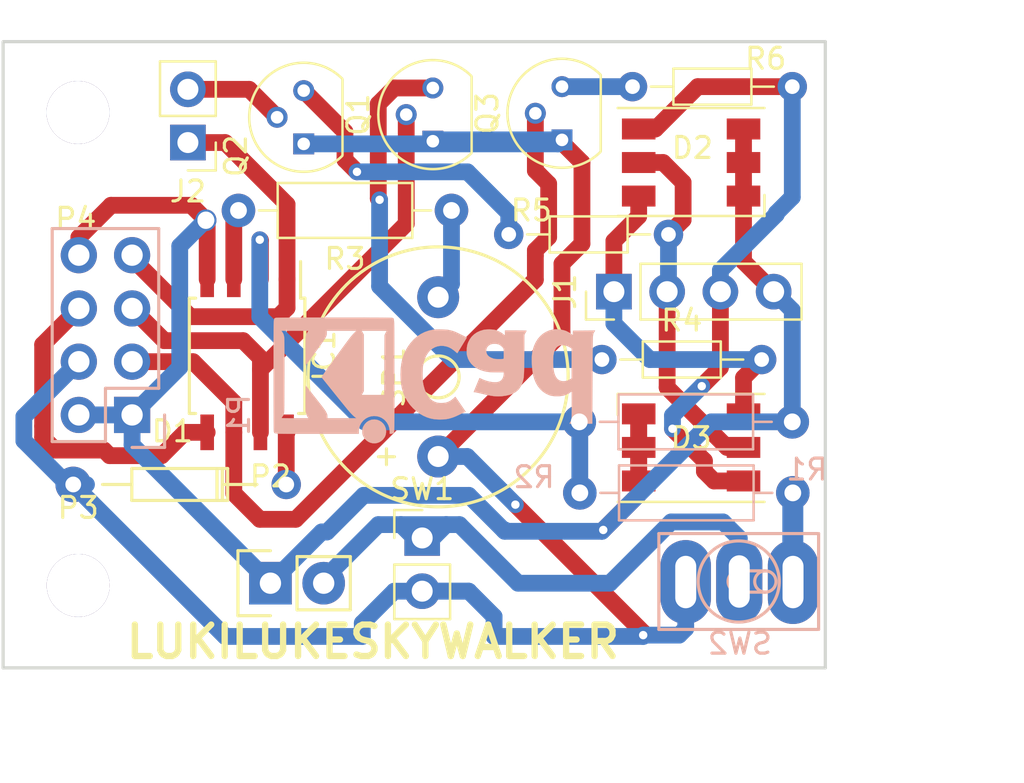
<source format=kicad_pcb>
(kicad_pcb (version 4) (host pcbnew 4.0.6)

  (general
    (links 47)
    (no_connects 0)
    (area 112.015199 58.421199 151.382801 88.441601)
    (thickness 1.6)
    (drawings 9)
    (tracks 206)
    (zones 0)
    (modules 23)
    (nets 22)
  )

  (page A4)
  (layers
    (0 F.Cu signal)
    (31 B.Cu signal)
    (32 B.Adhes user)
    (33 F.Adhes user)
    (34 B.Paste user)
    (35 F.Paste user)
    (36 B.SilkS user)
    (37 F.SilkS user)
    (38 B.Mask user)
    (39 F.Mask user)
    (40 Dwgs.User user)
    (41 Cmts.User user)
    (42 Eco1.User user)
    (43 Eco2.User user)
    (44 Edge.Cuts user)
    (45 Margin user)
    (46 B.CrtYd user)
    (47 F.CrtYd user)
    (48 B.Fab user)
    (49 F.Fab user)
  )

  (setup
    (last_trace_width 0.8)
    (user_trace_width 0.8)
    (user_trace_width 1)
    (trace_clearance 0.2)
    (zone_clearance 0.508)
    (zone_45_only no)
    (trace_min 0.2)
    (segment_width 0.2)
    (edge_width 0.15)
    (via_size 0.6)
    (via_drill 0.4)
    (via_min_size 0.4)
    (via_min_drill 0.3)
    (user_via 1 0.8)
    (user_via 1.5 1)
    (uvia_size 0.3)
    (uvia_drill 0.1)
    (uvias_allowed no)
    (uvia_min_size 0.2)
    (uvia_min_drill 0.1)
    (pcb_text_width 0.3)
    (pcb_text_size 1.5 1.5)
    (mod_edge_width 0.15)
    (mod_text_size 1 1)
    (mod_text_width 0.15)
    (pad_size 3 3)
    (pad_drill 3)
    (pad_to_mask_clearance 0.2)
    (aux_axis_origin 0 0)
    (visible_elements 7FFFFFFF)
    (pcbplotparams
      (layerselection 0x010f0_80000001)
      (usegerberextensions false)
      (excludeedgelayer true)
      (linewidth 0.100000)
      (plotframeref false)
      (viasonmask false)
      (mode 1)
      (useauxorigin false)
      (hpglpennumber 1)
      (hpglpenspeed 20)
      (hpglpendiameter 15)
      (hpglpenoverlay 2)
      (psnegative false)
      (psa4output false)
      (plotreference true)
      (plotvalue true)
      (plotinvisibletext false)
      (padsonsilk false)
      (subtractmaskfromsilk false)
      (outputformat 1)
      (mirror false)
      (drillshape 0)
      (scaleselection 1)
      (outputdirectory GERBER/))
  )

  (net 0 "")
  (net 1 /Reset)
  (net 2 /Gnd)
  (net 3 /Mosi)
  (net 4 /Miso)
  (net 5 /Sck)
  (net 6 /VccAttiny85)
  (net 7 /Detector)
  (net 8 "Net-(R2-Pad1)")
  (net 9 "Net-(IC1-Pad3)")
  (net 10 "Net-(P2-Pad2)")
  (net 11 "Net-(R3-Pad1)")
  (net 12 "Net-(D2-Pad4)")
  (net 13 "Net-(D2-Pad5)")
  (net 14 "Net-(D2-Pad6)")
  (net 15 "Net-(Q1-Pad3)")
  (net 16 +6V)
  (net 17 "Net-(Q2-Pad3)")
  (net 18 "Net-(Q3-Pad3)")
  (net 19 "Net-(P3-Pad1)")
  (net 20 "Net-(P4-Pad1)")
  (net 21 "Net-(J2-Pad2)")

  (net_class Default "Esta es la clase de red por defecto."
    (clearance 0.2)
    (trace_width 0.25)
    (via_dia 0.6)
    (via_drill 0.4)
    (uvia_dia 0.3)
    (uvia_drill 0.1)
    (add_net +6V)
    (add_net /Detector)
    (add_net /Gnd)
    (add_net /Miso)
    (add_net /Mosi)
    (add_net /Reset)
    (add_net /Sck)
    (add_net /VccAttiny85)
    (add_net "Net-(D2-Pad4)")
    (add_net "Net-(D2-Pad5)")
    (add_net "Net-(D2-Pad6)")
    (add_net "Net-(IC1-Pad3)")
    (add_net "Net-(J2-Pad2)")
    (add_net "Net-(P2-Pad2)")
    (add_net "Net-(P3-Pad1)")
    (add_net "Net-(P4-Pad1)")
    (add_net "Net-(Q1-Pad3)")
    (add_net "Net-(Q2-Pad3)")
    (add_net "Net-(Q3-Pad3)")
    (add_net "Net-(R2-Pad1)")
    (add_net "Net-(R3-Pad1)")
  )

  (module Mounting_Holes:MountingHole_2.7mm (layer F.Cu) (tedit 58DD2E56) (tstamp 58381B54)
    (at 115.6716 84.43468)
    (descr "Mounting Hole 2.7mm, no annular")
    (tags "mounting hole 2.7mm no annular")
    (path /58385157)
    (fp_text reference P3 (at 0 -3.7) (layer F.SilkS)
      (effects (font (size 1 1) (thickness 0.15)))
    )
    (fp_text value Taladro (at -0.2921 3.25882) (layer F.Fab)
      (effects (font (size 1 1) (thickness 0.15)))
    )
    (fp_circle (center 0 0) (end 2.7 0) (layer Cmts.User) (width 0.15))
    (fp_circle (center 0 0) (end 2.95 0) (layer F.CrtYd) (width 0.05))
    (pad 1 thru_hole circle (at 0 0) (size 3 3) (drill 3) (layers *.Cu *.Mask)
      (net 19 "Net-(P3-Pad1)"))
  )

  (module Diodes_ThroughHole:Diode_DO-35_SOD27_Horizontal_RM10 (layer F.Cu) (tedit 58DD68AF) (tstamp 58381B2B)
    (at 125.59538 79.6163 180)
    (descr "Diode, DO-35,  SOD27, Horizontal, RM 10mm")
    (tags "Diode, DO-35, SOD27, Horizontal, RM 10mm, 1N4148,")
    (path /583211D1)
    (fp_text reference D1 (at 5.43052 2.53746 180) (layer F.SilkS)
      (effects (font (size 1 1) (thickness 0.15)))
    )
    (fp_text value D (at 5.58038 -1.5367 180) (layer F.Fab)
      (effects (font (size 1 1) (thickness 0.15)))
    )
    (fp_line (start 7.36652 -0.00254) (end 8.76352 -0.00254) (layer F.SilkS) (width 0.15))
    (fp_line (start 2.92152 -0.00254) (end 1.39752 -0.00254) (layer F.SilkS) (width 0.15))
    (fp_line (start 3.30252 -0.76454) (end 3.30252 0.75946) (layer F.SilkS) (width 0.15))
    (fp_line (start 3.04852 -0.76454) (end 3.04852 0.75946) (layer F.SilkS) (width 0.15))
    (fp_line (start 2.79452 -0.00254) (end 2.79452 0.75946) (layer F.SilkS) (width 0.15))
    (fp_line (start 2.79452 0.75946) (end 7.36652 0.75946) (layer F.SilkS) (width 0.15))
    (fp_line (start 7.36652 0.75946) (end 7.36652 -0.76454) (layer F.SilkS) (width 0.15))
    (fp_line (start 7.36652 -0.76454) (end 2.79452 -0.76454) (layer F.SilkS) (width 0.15))
    (fp_line (start 2.79452 -0.76454) (end 2.79452 -0.00254) (layer F.SilkS) (width 0.15))
    (pad 2 thru_hole circle (at 10.16052 -0.00254) (size 1.69926 1.69926) (drill 0.75) (layers *.Cu *.Mask)
      (net 16 +6V))
    (pad 1 thru_hole circle (at 0.00052 -0.00254) (size 1.4 1.4) (drill 0.75) (layers *.Cu *.Mask)
      (net 6 /VccAttiny85))
    (model Diodes_ThroughHole.3dshapes/Diode_DO-35_SOD27_Horizontal_RM10.wrl
      (at (xyz 0.2 0 0))
      (scale (xyz 0.4 0.4 0.4))
      (rotate (xyz 0 0 180))
    )
  )

  (module Housings_SOIC:SOIJ-8_5.3x5.3mm_Pitch1.27mm (layer F.Cu) (tedit 54130A77) (tstamp 58381B3D)
    (at 123.72848 73.4822 270)
    (descr "8-Lead Plastic Small Outline (SM) - Medium, 5.28 mm Body [SOIC] (see Microchip Packaging Specification 00000049BS.pdf)")
    (tags "SOIC 1.27")
    (path /5831E4DA)
    (attr smd)
    (fp_text reference IC1 (at 0 -3.68 270) (layer F.SilkS)
      (effects (font (size 1 1) (thickness 0.15)))
    )
    (fp_text value ATTINY85-S (at 0 3.68 270) (layer F.Fab)
      (effects (font (size 1 1) (thickness 0.15)))
    )
    (fp_line (start -1.65 -2.65) (end 2.65 -2.65) (layer F.Fab) (width 0.15))
    (fp_line (start 2.65 -2.65) (end 2.65 2.65) (layer F.Fab) (width 0.15))
    (fp_line (start 2.65 2.65) (end -2.65 2.65) (layer F.Fab) (width 0.15))
    (fp_line (start -2.65 2.65) (end -2.65 -1.65) (layer F.Fab) (width 0.15))
    (fp_line (start -2.65 -1.65) (end -1.65 -2.65) (layer F.Fab) (width 0.15))
    (fp_line (start -4.75 -2.95) (end -4.75 2.95) (layer F.CrtYd) (width 0.05))
    (fp_line (start 4.75 -2.95) (end 4.75 2.95) (layer F.CrtYd) (width 0.05))
    (fp_line (start -4.75 -2.95) (end 4.75 -2.95) (layer F.CrtYd) (width 0.05))
    (fp_line (start -4.75 2.95) (end 4.75 2.95) (layer F.CrtYd) (width 0.05))
    (fp_line (start -2.75 -2.755) (end -2.75 -2.55) (layer F.SilkS) (width 0.15))
    (fp_line (start 2.75 -2.755) (end 2.75 -2.455) (layer F.SilkS) (width 0.15))
    (fp_line (start 2.75 2.755) (end 2.75 2.455) (layer F.SilkS) (width 0.15))
    (fp_line (start -2.75 2.755) (end -2.75 2.455) (layer F.SilkS) (width 0.15))
    (fp_line (start -2.75 -2.755) (end 2.75 -2.755) (layer F.SilkS) (width 0.15))
    (fp_line (start -2.75 2.755) (end 2.75 2.755) (layer F.SilkS) (width 0.15))
    (fp_line (start -2.75 -2.55) (end -4.5 -2.55) (layer F.SilkS) (width 0.15))
    (pad 1 smd rect (at -3.65 -1.905 270) (size 1.7 0.65) (layers F.Cu F.Paste F.Mask)
      (net 1 /Reset))
    (pad 2 smd rect (at -3.65 -0.635 270) (size 1.7 0.65) (layers F.Cu F.Paste F.Mask)
      (net 7 /Detector))
    (pad 3 smd rect (at -3.65 0.635 270) (size 1.7 0.65) (layers F.Cu F.Paste F.Mask)
      (net 9 "Net-(IC1-Pad3)"))
    (pad 4 smd rect (at -3.65 1.905 270) (size 1.7 0.65) (layers F.Cu F.Paste F.Mask)
      (net 2 /Gnd))
    (pad 5 smd rect (at 3.65 1.905 270) (size 1.7 0.65) (layers F.Cu F.Paste F.Mask)
      (net 3 /Mosi))
    (pad 6 smd rect (at 3.65 0.635 270) (size 1.7 0.65) (layers F.Cu F.Paste F.Mask)
      (net 4 /Miso))
    (pad 7 smd rect (at 3.65 -0.635 270) (size 1.7 0.65) (layers F.Cu F.Paste F.Mask)
      (net 5 /Sck))
    (pad 8 smd rect (at 3.65 -1.905 270) (size 1.7 0.65) (layers F.Cu F.Paste F.Mask)
      (net 6 /VccAttiny85))
    (model Housings_SOIC.3dshapes/SOIJ-8_5.3x5.3mm_Pitch1.27mm.wrl
      (at (xyz 0 0 0))
      (scale (xyz 1 1 1))
      (rotate (xyz 0 0 0))
    )
  )

  (module Socket_Strips:Socket_Strip_Straight_2x04 (layer B.Cu) (tedit 58DCF1DA) (tstamp 58381B49)
    (at 118.24208 76.3016 90)
    (descr "Through hole socket strip")
    (tags "socket strip")
    (path /5831F0FC)
    (fp_text reference P1 (at 0 5.1 90) (layer B.SilkS)
      (effects (font (size 1 1) (thickness 0.15)) (justify mirror))
    )
    (fp_text value "ICSP, LUCES y Servo" (at 3.9751 -5.21208 90) (layer B.Fab)
      (effects (font (size 1 1) (thickness 0.15)) (justify mirror))
    )
    (fp_line (start -1.75 1.75) (end -1.75 -4.3) (layer B.CrtYd) (width 0.05))
    (fp_line (start 9.4 1.75) (end 9.4 -4.3) (layer B.CrtYd) (width 0.05))
    (fp_line (start -1.75 1.75) (end 9.4 1.75) (layer B.CrtYd) (width 0.05))
    (fp_line (start -1.75 -4.3) (end 9.4 -4.3) (layer B.CrtYd) (width 0.05))
    (fp_line (start 1.27 1.27) (end 8.89 1.27) (layer B.SilkS) (width 0.15))
    (fp_line (start 8.89 1.27) (end 8.89 -3.81) (layer B.SilkS) (width 0.15))
    (fp_line (start 8.89 -3.81) (end -1.27 -3.81) (layer B.SilkS) (width 0.15))
    (fp_line (start -1.27 -3.81) (end -1.27 -1.27) (layer B.SilkS) (width 0.15))
    (fp_line (start 0 1.55) (end -1.55 1.55) (layer B.SilkS) (width 0.15))
    (fp_line (start -1.27 -1.27) (end 1.27 -1.27) (layer B.SilkS) (width 0.15))
    (fp_line (start 1.27 -1.27) (end 1.27 1.27) (layer B.SilkS) (width 0.15))
    (fp_line (start -1.55 1.55) (end -1.55 0) (layer B.SilkS) (width 0.15))
    (pad 1 thru_hole rect (at 0 0 90) (size 1.7272 1.7272) (drill 1.016) (layers *.Cu *.Mask)
      (net 2 /Gnd))
    (pad 2 thru_hole oval (at 0 -2.54 90) (size 1.7272 1.7272) (drill 1.016) (layers *.Cu *.Mask)
      (net 2 /Gnd))
    (pad 3 thru_hole oval (at 2.54 0 90) (size 1.7272 1.7272) (drill 1.016) (layers *.Cu *.Mask)
      (net 4 /Miso))
    (pad 4 thru_hole oval (at 2.54 -2.54 90) (size 1.7272 1.7272) (drill 1.016) (layers *.Cu *.Mask)
      (net 16 +6V))
    (pad 5 thru_hole oval (at 5.08 0 90) (size 1.7272 1.7272) (drill 1.016) (layers *.Cu *.Mask)
      (net 5 /Sck))
    (pad 6 thru_hole oval (at 5.08 -2.54 90) (size 1.7272 1.7272) (drill 1.016) (layers *.Cu *.Mask)
      (net 3 /Mosi))
    (pad 7 thru_hole oval (at 7.62 0 90) (size 1.7272 1.7272) (drill 1.016) (layers *.Cu *.Mask)
      (net 1 /Reset))
    (pad 8 thru_hole oval (at 7.62 -2.54 90) (size 1.7272 1.7272) (drill 1.016) (layers *.Cu *.Mask)
      (net 2 /Gnd))
    (model Socket_Strips.3dshapes/Socket_Strip_Straight_2x04.wrl
      (at (xyz 0.15 -0.05 0))
      (scale (xyz 1 1 1))
      (rotate (xyz 0 0 180))
    )
  )

  (module Socket_Strips:Socket_Strip_Straight_1x02 (layer F.Cu) (tedit 58DD68C4) (tstamp 58381B4F)
    (at 124.841 84.328)
    (descr "Through hole socket strip")
    (tags "socket strip")
    (path /58380957)
    (fp_text reference P2 (at 0 -5.1) (layer F.SilkS)
      (effects (font (size 1 1) (thickness 0.15)))
    )
    (fp_text value "Bateria 6v" (at 0.6985 -3.556) (layer F.Fab)
      (effects (font (size 1 1) (thickness 0.15)))
    )
    (fp_line (start -1.55 1.55) (end 0 1.55) (layer F.SilkS) (width 0.15))
    (fp_line (start 3.81 1.27) (end 1.27 1.27) (layer F.SilkS) (width 0.15))
    (fp_line (start -1.75 -1.75) (end -1.75 1.75) (layer F.CrtYd) (width 0.05))
    (fp_line (start 4.3 -1.75) (end 4.3 1.75) (layer F.CrtYd) (width 0.05))
    (fp_line (start -1.75 -1.75) (end 4.3 -1.75) (layer F.CrtYd) (width 0.05))
    (fp_line (start -1.75 1.75) (end 4.3 1.75) (layer F.CrtYd) (width 0.05))
    (fp_line (start 1.27 1.27) (end 1.27 -1.27) (layer F.SilkS) (width 0.15))
    (fp_line (start 0 -1.55) (end -1.55 -1.55) (layer F.SilkS) (width 0.15))
    (fp_line (start -1.55 -1.55) (end -1.55 1.55) (layer F.SilkS) (width 0.15))
    (fp_line (start 1.27 -1.27) (end 3.81 -1.27) (layer F.SilkS) (width 0.15))
    (fp_line (start 3.81 -1.27) (end 3.81 1.27) (layer F.SilkS) (width 0.15))
    (pad 1 thru_hole rect (at 0 0) (size 2.032 2.032) (drill 1.016) (layers *.Cu *.Mask)
      (net 2 /Gnd))
    (pad 2 thru_hole oval (at 2.54 0) (size 2.032 2.032) (drill 1.016) (layers *.Cu *.Mask)
      (net 10 "Net-(P2-Pad2)"))
    (model Socket_Strips.3dshapes/Socket_Strip_Straight_1x02.wrl
      (at (xyz 0.05 0 0))
      (scale (xyz 1 1 1))
      (rotate (xyz 0 0 180))
    )
  )

  (module Mounting_Holes:MountingHole_2.7mm (layer F.Cu) (tedit 58DD2E67) (tstamp 58381B59)
    (at 115.66144 61.8744)
    (descr "Mounting Hole 2.7mm, no annular")
    (tags "mounting hole 2.7mm no annular")
    (path /583851BA)
    (fp_text reference P4 (at -0.1016 5.06984) (layer F.SilkS)
      (effects (font (size 1 1) (thickness 0.15)))
    )
    (fp_text value Taladro (at -0.53594 -2.8829) (layer F.Fab)
      (effects (font (size 1 1) (thickness 0.15)))
    )
    (fp_circle (center 0 0) (end 2.7 0) (layer Cmts.User) (width 0.15))
    (fp_circle (center 0 0) (end 2.95 0) (layer F.CrtYd) (width 0.05))
    (pad 1 thru_hole circle (at 0 0) (size 3 3) (drill 3) (layers *.Cu *.Mask)
      (net 20 "Net-(P4-Pad1)"))
  )

  (module Buzzers_Beepers:Buzzer_12x9.5RM7.6 (layer F.Cu) (tedit 58D96134) (tstamp 58382C89)
    (at 132.842 74.4855 90)
    (descr "Generic Buzzer, D12mm height 9.5mm with RM7.6mm")
    (tags buzzer)
    (path /58321A65)
    (fp_text reference SP1 (at -0.0254 -2.1082 90) (layer F.SilkS)
      (effects (font (size 1 1) (thickness 0.15)))
    )
    (fp_text value SPEAKER (at 0.13462 6.1976 90) (layer F.Fab)
      (effects (font (size 1 1) (thickness 0.15)))
    )
    (fp_circle (center 0 0) (end 1.00076 0) (layer F.SilkS) (width 0.15))
    (fp_text user + (at -3.81 -2.54 90) (layer F.SilkS)
      (effects (font (size 1 1) (thickness 0.15)))
    )
    (fp_circle (center 0 0) (end 6.20014 0) (layer F.SilkS) (width 0.15))
    (pad 1 thru_hole circle (at -3.79984 0 90) (size 2 2) (drill 1.00076) (layers *.Cu *.Mask)
      (net 16 +6V))
    (pad 2 thru_hole circle (at 3.79984 0 90) (size 2 2) (drill 1.00076) (layers *.Cu *.Mask)
      (net 11 "Net-(R3-Pad1)"))
    (model Buzzers_Beepers.3dshapes/Buzzer_12x9.5RM7.6.wrl
      (at (xyz 0 0 0))
      (scale (xyz 4 4 4))
      (rotate (xyz 0 0 0))
    )
  )

  (module Buttons_Switches_ThroughHole:SW_NKK_G1xJP (layer B.Cu) (tedit 58DCEC33) (tstamp 58382C8E)
    (at 147.17776 84.24672 180)
    (descr "Switch Nikkai ref G1xJP")
    (tags "SWITCH DEV TOGGLE ILLUM SPDT")
    (path /58320573)
    (fp_text reference SW2 (at -0.05588 -2.96164 180) (layer B.SilkS)
      (effects (font (size 1 1) (thickness 0.15)) (justify mirror))
    )
    (fp_text value SWITCH_INV (at 0.254 3.302 180) (layer B.Fab)
      (effects (font (size 1 1) (thickness 0.15)) (justify mirror))
    )
    (fp_circle (center -1.27 0) (end -1.778 0) (layer B.SilkS) (width 0.15))
    (fp_line (start 0 -0.508) (end -1.27 -0.508) (layer B.SilkS) (width 0.15))
    (fp_line (start -1.27 0.508) (end 0 0.508) (layer B.SilkS) (width 0.15))
    (fp_arc (start 0 0) (end 0 0.508) (angle -90) (layer B.SilkS) (width 0.15))
    (fp_arc (start 0 0) (end 0.508 0) (angle -90) (layer B.SilkS) (width 0.15))
    (fp_circle (center 0 0) (end -0.762 1.778) (layer B.SilkS) (width 0.15))
    (fp_line (start 3.81 2.286) (end 3.81 -2.286) (layer B.SilkS) (width 0.15))
    (fp_line (start -3.81 2.286) (end -3.81 -2.286) (layer B.SilkS) (width 0.15))
    (fp_line (start -3.81 2.286) (end 3.81 2.286) (layer B.SilkS) (width 0.15))
    (fp_line (start 3.81 -2.286) (end -3.81 -2.286) (layer B.SilkS) (width 0.15))
    (pad 1 thru_hole oval (at -2.5908 -0.0254 180) (size 2.4 4) (drill oval 1 2.5) (layers *.Cu *.Mask)
      (net 8 "Net-(R2-Pad1)"))
    (pad 2 thru_hole oval (at -0.0254 0 180) (size 2.2 4) (drill oval 1 2.5) (layers *.Cu *.Mask)
      (net 10 "Net-(P2-Pad2)"))
    (pad 3 thru_hole oval (at 2.5273 -0.0254 180) (size 2.4 4) (drill oval 1 2.5) (layers *.Cu *.Mask)
      (net 16 +6V))
    (model Buttons_Switches_ThroughHole.3dshapes/SW_NKK_G1xJP.wrl
      (at (xyz 0 0 0))
      (scale (xyz 0.33 0.33 0.33))
      (rotate (xyz 0 0 0))
    )
  )

  (module Symbols:KiCad-Logo_6mm_SilkScreen (layer B.Cu) (tedit 0) (tstamp 583B54C5)
    (at 132.6515 74.676)
    (descr "KiCad Logo")
    (tags "Logo KiCad")
    (path /583852A4)
    (attr virtual)
    (fp_text reference P5 (at 0 0) (layer B.SilkS) hide
      (effects (font (size 1 1) (thickness 0.15)) (justify mirror))
    )
    (fp_text value DIBUJO (at 0.75 0) (layer B.Fab) hide
      (effects (font (size 1 1) (thickness 0.15)) (justify mirror))
    )
    (fp_poly (pts (xy -5.955743 2.526311) (xy -5.69122 2.526275) (xy -5.568088 2.52627) (xy -3.597189 2.52627)
      (xy -3.597189 2.41009) (xy -3.584789 2.268709) (xy -3.547364 2.138316) (xy -3.484577 2.018138)
      (xy -3.396094 1.907398) (xy -3.366157 1.877489) (xy -3.258466 1.792652) (xy -3.139725 1.730779)
      (xy -3.01346 1.691841) (xy -2.883197 1.67581) (xy -2.752465 1.682658) (xy -2.624788 1.712357)
      (xy -2.503695 1.76488) (xy -2.392712 1.840197) (xy -2.342868 1.885637) (xy -2.249983 1.997048)
      (xy -2.181873 2.119565) (xy -2.139129 2.251785) (xy -2.122347 2.392308) (xy -2.122124 2.406133)
      (xy -2.121244 2.526266) (xy -2.068443 2.526268) (xy -2.021604 2.519911) (xy -1.978817 2.504444)
      (xy -1.975989 2.502846) (xy -1.966325 2.497832) (xy -1.957451 2.493927) (xy -1.949335 2.489993)
      (xy -1.941943 2.484894) (xy -1.935245 2.477492) (xy -1.929208 2.466649) (xy -1.923801 2.451228)
      (xy -1.91899 2.430091) (xy -1.914745 2.402101) (xy -1.911032 2.366121) (xy -1.907821 2.321013)
      (xy -1.905078 2.26564) (xy -1.902772 2.198863) (xy -1.900871 2.119547) (xy -1.899342 2.026553)
      (xy -1.898154 1.918743) (xy -1.897274 1.794981) (xy -1.89667 1.654129) (xy -1.896311 1.49505)
      (xy -1.896165 1.316605) (xy -1.896198 1.117658) (xy -1.89638 0.897071) (xy -1.896677 0.653707)
      (xy -1.897059 0.386428) (xy -1.897492 0.094097) (xy -1.897945 -0.224424) (xy -1.897998 -0.26323)
      (xy -1.898404 -0.583782) (xy -1.898749 -0.878012) (xy -1.899069 -1.147056) (xy -1.8994 -1.392052)
      (xy -1.899779 -1.614137) (xy -1.900243 -1.814447) (xy -1.900828 -1.994119) (xy -1.90157 -2.15429)
      (xy -1.902506 -2.296098) (xy -1.903673 -2.420679) (xy -1.905107 -2.52917) (xy -1.906844 -2.622707)
      (xy -1.908922 -2.702429) (xy -1.911376 -2.769472) (xy -1.914244 -2.824973) (xy -1.917561 -2.870068)
      (xy -1.921364 -2.905895) (xy -1.92569 -2.933591) (xy -1.930575 -2.954293) (xy -1.936055 -2.969137)
      (xy -1.942168 -2.97926) (xy -1.94895 -2.9858) (xy -1.956437 -2.989893) (xy -1.964666 -2.992676)
      (xy -1.973673 -2.995287) (xy -1.983495 -2.998862) (xy -1.985894 -2.99995) (xy -1.993435 -3.002396)
      (xy -2.006056 -3.004642) (xy -2.024859 -3.006698) (xy -2.050947 -3.008572) (xy -2.085422 -3.010271)
      (xy -2.129385 -3.011803) (xy -2.183939 -3.013177) (xy -2.250185 -3.0144) (xy -2.329226 -3.015481)
      (xy -2.422163 -3.016427) (xy -2.530099 -3.017247) (xy -2.654136 -3.017947) (xy -2.795376 -3.018538)
      (xy -2.954921 -3.019025) (xy -3.133872 -3.019419) (xy -3.333332 -3.019725) (xy -3.554404 -3.019953)
      (xy -3.798188 -3.02011) (xy -4.065787 -3.020205) (xy -4.358303 -3.020245) (xy -4.676839 -3.020238)
      (xy -4.780021 -3.020228) (xy -5.105623 -3.020176) (xy -5.404881 -3.020091) (xy -5.678909 -3.019963)
      (xy -5.928824 -3.019785) (xy -6.15574 -3.019548) (xy -6.360773 -3.019242) (xy -6.545038 -3.01886)
      (xy -6.70965 -3.018392) (xy -6.855725 -3.01783) (xy -6.984376 -3.017165) (xy -7.096721 -3.016388)
      (xy -7.193874 -3.015491) (xy -7.27695 -3.014465) (xy -7.347064 -3.013301) (xy -7.405332 -3.011991)
      (xy -7.452869 -3.010525) (xy -7.49079 -3.008896) (xy -7.52021 -3.007093) (xy -7.542245 -3.00511)
      (xy -7.55801 -3.002936) (xy -7.56862 -3.000563) (xy -7.574404 -2.998391) (xy -7.584684 -2.994056)
      (xy -7.594122 -2.990859) (xy -7.602755 -2.987665) (xy -7.610619 -2.983338) (xy -7.617748 -2.976744)
      (xy -7.624179 -2.966747) (xy -7.629947 -2.952212) (xy -7.635089 -2.932003) (xy -7.63964 -2.904985)
      (xy -7.643635 -2.870023) (xy -7.647111 -2.825981) (xy -7.650102 -2.771724) (xy -7.652646 -2.706117)
      (xy -7.654777 -2.628024) (xy -7.656532 -2.53631) (xy -7.657945 -2.42984) (xy -7.658315 -2.388973)
      (xy -7.291884 -2.388973) (xy -5.996734 -2.388973) (xy -6.021655 -2.351217) (xy -6.046447 -2.312417)
      (xy -6.06744 -2.275469) (xy -6.084935 -2.237788) (xy -6.09923 -2.196788) (xy -6.110623 -2.149883)
      (xy -6.119413 -2.094487) (xy -6.125898 -2.028016) (xy -6.130377 -1.947883) (xy -6.13315 -1.851502)
      (xy -6.134513 -1.736289) (xy -6.134767 -1.599657) (xy -6.134209 -1.43902) (xy -6.133893 -1.379382)
      (xy -6.130325 -0.740041) (xy -5.725298 -1.291449) (xy -5.610554 -1.447876) (xy -5.511143 -1.584088)
      (xy -5.42599 -1.70189) (xy -5.354022 -1.803084) (xy -5.294166 -1.889477) (xy -5.245348 -1.962874)
      (xy -5.206495 -2.025077) (xy -5.176534 -2.077893) (xy -5.154391 -2.123125) (xy -5.138993 -2.162578)
      (xy -5.129266 -2.198058) (xy -5.124137 -2.231368) (xy -5.122532 -2.264313) (xy -5.123379 -2.298697)
      (xy -5.123595 -2.303019) (xy -5.128054 -2.389031) (xy -3.708692 -2.388973) (xy -3.814265 -2.282522)
      (xy -3.842913 -2.253406) (xy -3.87009 -2.225076) (xy -3.896989 -2.195968) (xy -3.924803 -2.16452)
      (xy -3.954725 -2.129169) (xy -3.987946 -2.088354) (xy -4.025661 -2.040511) (xy -4.06906 -1.984079)
      (xy -4.119338 -1.917494) (xy -4.177688 -1.839195) (xy -4.2453 -1.747619) (xy -4.323369 -1.641204)
      (xy -4.413088 -1.518387) (xy -4.515648 -1.377605) (xy -4.632242 -1.217297) (xy -4.727809 -1.085798)
      (xy -4.847749 -0.920596) (xy -4.95238 -0.776152) (xy -5.042648 -0.651094) (xy -5.119503 -0.544052)
      (xy -5.183891 -0.453654) (xy -5.236761 -0.378529) (xy -5.27906 -0.317304) (xy -5.311736 -0.26861)
      (xy -5.335738 -0.231074) (xy -5.352013 -0.203325) (xy -5.361508 -0.183992) (xy -5.365173 -0.171703)
      (xy -5.364071 -0.165242) (xy -5.350724 -0.148048) (xy -5.321866 -0.111655) (xy -5.27924 -0.058224)
      (xy -5.224585 0.010081) (xy -5.159644 0.091097) (xy -5.086158 0.18266) (xy -5.005868 0.282608)
      (xy -4.920515 0.388776) (xy -4.83184 0.499003) (xy -4.741586 0.611124) (xy -4.691944 0.672756)
      (xy -3.459373 0.672756) (xy -3.408146 0.580081) (xy -3.356919 0.487405) (xy -3.356919 -2.203622)
      (xy -3.408146 -2.296298) (xy -3.459373 -2.388973) (xy -2.853396 -2.388973) (xy -2.708734 -2.388931)
      (xy -2.589244 -2.388741) (xy -2.492642 -2.388308) (xy -2.416642 -2.387536) (xy -2.358957 -2.38633)
      (xy -2.317301 -2.384594) (xy -2.289389 -2.382232) (xy -2.272935 -2.37915) (xy -2.265652 -2.375251)
      (xy -2.265255 -2.37044) (xy -2.269458 -2.364622) (xy -2.269501 -2.364574) (xy -2.286813 -2.339532)
      (xy -2.309736 -2.298815) (xy -2.329981 -2.258168) (xy -2.368379 -2.176162) (xy -2.376211 0.672756)
      (xy -3.459373 0.672756) (xy -4.691944 0.672756) (xy -4.651493 0.722976) (xy -4.563302 0.832396)
      (xy -4.478754 0.937222) (xy -4.399592 1.035289) (xy -4.327556 1.124434) (xy -4.264387 1.202495)
      (xy -4.211827 1.267308) (xy -4.171617 1.31671) (xy -4.148 1.345513) (xy -4.05629 1.453222)
      (xy -3.96806 1.55042) (xy -3.886403 1.633924) (xy -3.81441 1.700552) (xy -3.763319 1.741401)
      (xy -3.702907 1.784865) (xy -5.092298 1.784865) (xy -5.091908 1.703334) (xy -5.095791 1.643394)
      (xy -5.11039 1.587823) (xy -5.132988 1.535145) (xy -5.147678 1.505385) (xy -5.163472 1.475897)
      (xy -5.181814 1.444724) (xy -5.204145 1.409907) (xy -5.231909 1.36949) (xy -5.266549 1.321514)
      (xy -5.309507 1.264022) (xy -5.362227 1.195057) (xy -5.426151 1.112661) (xy -5.502721 1.014876)
      (xy -5.593381 0.899745) (xy -5.699574 0.76531) (xy -5.711568 0.750141) (xy -6.130325 0.220588)
      (xy -6.134378 0.807078) (xy -6.135195 0.982749) (xy -6.135021 1.131468) (xy -6.133849 1.253725)
      (xy -6.131669 1.350011) (xy -6.128474 1.420817) (xy -6.124256 1.466631) (xy -6.122838 1.475321)
      (xy -6.100591 1.566865) (xy -6.071443 1.649392) (xy -6.038182 1.715747) (xy -6.0182 1.74389)
      (xy -5.983722 1.784865) (xy -6.637914 1.784865) (xy -6.793969 1.784731) (xy -6.924467 1.784297)
      (xy -7.03131 1.783511) (xy -7.116398 1.782324) (xy -7.181635 1.780683) (xy -7.228921 1.778539)
      (xy -7.260157 1.775841) (xy -7.277246 1.772538) (xy -7.282088 1.768579) (xy -7.281753 1.767702)
      (xy -7.267885 1.746769) (xy -7.244732 1.713588) (xy -7.232754 1.696807) (xy -7.220369 1.68006)
      (xy -7.209237 1.665085) (xy -7.199288 1.650406) (xy -7.190451 1.634551) (xy -7.182657 1.616045)
      (xy -7.175835 1.593415) (xy -7.169916 1.565187) (xy -7.164829 1.529887) (xy -7.160504 1.486042)
      (xy -7.156871 1.432178) (xy -7.15386 1.36682) (xy -7.151401 1.288496) (xy -7.149423 1.195732)
      (xy -7.147858 1.087053) (xy -7.146634 0.960987) (xy -7.145681 0.816058) (xy -7.14493 0.650794)
      (xy -7.144311 0.463721) (xy -7.143752 0.253365) (xy -7.143185 0.018252) (xy -7.142655 -0.197741)
      (xy -7.142155 -0.438535) (xy -7.141895 -0.668274) (xy -7.141868 -0.885493) (xy -7.142067 -1.088722)
      (xy -7.142486 -1.276496) (xy -7.143118 -1.447345) (xy -7.143956 -1.599803) (xy -7.144992 -1.732403)
      (xy -7.14622 -1.843676) (xy -7.147633 -1.932156) (xy -7.149225 -1.996375) (xy -7.150987 -2.034865)
      (xy -7.151321 -2.038933) (xy -7.163466 -2.132248) (xy -7.182427 -2.20719) (xy -7.211302 -2.272594)
      (xy -7.25319 -2.337293) (xy -7.258429 -2.344352) (xy -7.291884 -2.388973) (xy -7.658315 -2.388973)
      (xy -7.659054 -2.307479) (xy -7.659893 -2.16809) (xy -7.660498 -2.010539) (xy -7.660905 -1.833691)
      (xy -7.66115 -1.63641) (xy -7.661267 -1.41756) (xy -7.661295 -1.176007) (xy -7.661267 -0.910615)
      (xy -7.66122 -0.620249) (xy -7.66119 -0.303773) (xy -7.661189 -0.240946) (xy -7.661172 0.078863)
      (xy -7.661112 0.372339) (xy -7.661002 0.64061) (xy -7.660833 0.884802) (xy -7.660597 1.106043)
      (xy -7.660284 1.30546) (xy -7.659885 1.48418) (xy -7.659393 1.643329) (xy -7.658797 1.784034)
      (xy -7.65809 1.907424) (xy -7.657263 2.014624) (xy -7.656307 2.106762) (xy -7.655213 2.184965)
      (xy -7.653973 2.250359) (xy -7.652578 2.304072) (xy -7.651018 2.347231) (xy -7.649286 2.380963)
      (xy -7.647372 2.406395) (xy -7.645268 2.424653) (xy -7.642966 2.436866) (xy -7.640455 2.444159)
      (xy -7.640363 2.444341) (xy -7.635192 2.455482) (xy -7.630885 2.465569) (xy -7.626121 2.474654)
      (xy -7.619578 2.482788) (xy -7.609935 2.490024) (xy -7.595871 2.496414) (xy -7.576063 2.502011)
      (xy -7.549191 2.506867) (xy -7.513933 2.511034) (xy -7.468968 2.514564) (xy -7.412974 2.517509)
      (xy -7.344629 2.519923) (xy -7.262614 2.521856) (xy -7.165605 2.523362) (xy -7.052282 2.524492)
      (xy -6.921323 2.525298) (xy -6.771407 2.525834) (xy -6.601213 2.526151) (xy -6.409418 2.526301)
      (xy -6.194702 2.526337) (xy -5.955743 2.526311)) (layer B.SilkS) (width 0.01))
    (fp_poly (pts (xy 0.439962 1.839501) (xy 0.588014 1.823293) (xy 0.731452 1.794282) (xy 0.87611 1.750955)
      (xy 1.027824 1.691799) (xy 1.192428 1.6153) (xy 1.222071 1.600483) (xy 1.290098 1.566969)
      (xy 1.354256 1.536792) (xy 1.408215 1.512834) (xy 1.44564 1.497976) (xy 1.451389 1.496105)
      (xy 1.506486 1.479598) (xy 1.259851 1.120799) (xy 1.199552 1.033107) (xy 1.144422 0.952988)
      (xy 1.096336 0.883164) (xy 1.057168 0.826353) (xy 1.028794 0.785277) (xy 1.013087 0.762654)
      (xy 1.010536 0.759072) (xy 1.000171 0.766562) (xy 0.97466 0.789082) (xy 0.938563 0.822539)
      (xy 0.918642 0.84145) (xy 0.805773 0.931222) (xy 0.679014 0.999439) (xy 0.569783 1.036805)
      (xy 0.504214 1.04854) (xy 0.422116 1.055692) (xy 0.333144 1.058126) (xy 0.246956 1.055712)
      (xy 0.173205 1.048317) (xy 0.143776 1.042653) (xy 0.011133 0.997018) (xy -0.108394 0.927337)
      (xy -0.214717 0.83374) (xy -0.307747 0.716351) (xy -0.387395 0.5753) (xy -0.453574 0.410714)
      (xy -0.506194 0.22272) (xy -0.537467 0.061783) (xy -0.545626 -0.009263) (xy -0.551185 -0.101046)
      (xy -0.554198 -0.206968) (xy -0.554719 -0.320434) (xy -0.5528 -0.434849) (xy -0.548497 -0.543617)
      (xy -0.541863 -0.640143) (xy -0.532951 -0.717831) (xy -0.531021 -0.729817) (xy -0.488501 -0.922892)
      (xy -0.430567 -1.093773) (xy -0.356867 -1.243224) (xy -0.267049 -1.372011) (xy -0.203293 -1.441639)
      (xy -0.088714 -1.536173) (xy 0.036942 -1.606246) (xy 0.171557 -1.651477) (xy 0.313011 -1.671484)
      (xy 0.459183 -1.665885) (xy 0.607955 -1.6343) (xy 0.695911 -1.603394) (xy 0.817629 -1.541506)
      (xy 0.94308 -1.452729) (xy 1.013353 -1.392694) (xy 1.052811 -1.357947) (xy 1.083812 -1.332454)
      (xy 1.101458 -1.32017) (xy 1.103648 -1.319795) (xy 1.111524 -1.332347) (xy 1.131932 -1.365516)
      (xy 1.163132 -1.416458) (xy 1.203386 -1.482331) (xy 1.250957 -1.560289) (xy 1.304104 -1.64749)
      (xy 1.333687 -1.696067) (xy 1.559648 -2.067215) (xy 1.277527 -2.206639) (xy 1.175522 -2.256719)
      (xy 1.092889 -2.29621) (xy 1.024578 -2.327073) (xy 0.965537 -2.351268) (xy 0.910714 -2.370758)
      (xy 0.85506 -2.387503) (xy 0.793523 -2.403465) (xy 0.73454 -2.417482) (xy 0.682115 -2.428329)
      (xy 0.627288 -2.436526) (xy 0.564572 -2.442528) (xy 0.488477 -2.44679) (xy 0.393516 -2.449767)
      (xy 0.329513 -2.451052) (xy 0.238192 -2.45193) (xy 0.150627 -2.451487) (xy 0.072612 -2.449852)
      (xy 0.009942 -2.447149) (xy -0.031587 -2.443505) (xy -0.034048 -2.443142) (xy -0.249697 -2.396487)
      (xy -0.452207 -2.325729) (xy -0.641505 -2.230914) (xy -0.817521 -2.112089) (xy -0.980184 -1.9693)
      (xy -1.129422 -1.802594) (xy -1.237504 -1.654433) (xy -1.352566 -1.460502) (xy -1.445577 -1.255699)
      (xy -1.516987 -1.038383) (xy -1.567244 -0.806912) (xy -1.596799 -0.559643) (xy -1.606111 -0.308559)
      (xy -1.598452 -0.06567) (xy -1.574387 0.15843) (xy -1.533148 0.367523) (xy -1.473973 0.565387)
      (xy -1.396096 0.755804) (xy -1.386797 0.775532) (xy -1.284352 0.959941) (xy -1.158528 1.135424)
      (xy -1.012888 1.29835) (xy -0.850999 1.445086) (xy -0.676424 1.571999) (xy -0.513756 1.665095)
      (xy -0.349427 1.738009) (xy -0.184749 1.790826) (xy -0.013348 1.824985) (xy 0.171153 1.841922)
      (xy 0.281459 1.84442) (xy 0.439962 1.839501)) (layer B.SilkS) (width 0.01))
    (fp_poly (pts (xy 3.167505 0.735771) (xy 3.235531 0.730622) (xy 3.430163 0.704727) (xy 3.602529 0.663425)
      (xy 3.75347 0.606147) (xy 3.883825 0.532326) (xy 3.994434 0.441392) (xy 4.086135 0.332778)
      (xy 4.15977 0.205915) (xy 4.213539 0.068648) (xy 4.227187 0.024863) (xy 4.239073 -0.016141)
      (xy 4.249334 -0.056569) (xy 4.258113 -0.09863) (xy 4.265548 -0.144531) (xy 4.27178 -0.19648)
      (xy 4.27695 -0.256685) (xy 4.281196 -0.327352) (xy 4.28466 -0.410689) (xy 4.287481 -0.508905)
      (xy 4.2898 -0.624205) (xy 4.291757 -0.758799) (xy 4.293491 -0.914893) (xy 4.295143 -1.094695)
      (xy 4.296324 -1.235676) (xy 4.30427 -2.203622) (xy 4.355756 -2.29677) (xy 4.380137 -2.341645)
      (xy 4.39828 -2.376501) (xy 4.406935 -2.395054) (xy 4.407243 -2.396311) (xy 4.394014 -2.397749)
      (xy 4.356326 -2.399074) (xy 4.297183 -2.400249) (xy 4.219586 -2.401237) (xy 4.126536 -2.401999)
      (xy 4.021035 -2.4025) (xy 3.906084 -2.402701) (xy 3.892378 -2.402703) (xy 3.377513 -2.402703)
      (xy 3.377513 -2.286) (xy 3.376635 -2.23326) (xy 3.374292 -2.192926) (xy 3.370921 -2.1713)
      (xy 3.369431 -2.169298) (xy 3.355804 -2.177683) (xy 3.327757 -2.199692) (xy 3.291303 -2.230601)
      (xy 3.290485 -2.231316) (xy 3.223962 -2.280843) (xy 3.139948 -2.330575) (xy 3.047937 -2.375626)
      (xy 2.957421 -2.41111) (xy 2.917567 -2.423236) (xy 2.838255 -2.438637) (xy 2.740935 -2.448465)
      (xy 2.634516 -2.45258) (xy 2.527907 -2.450841) (xy 2.430017 -2.443108) (xy 2.361513 -2.431981)
      (xy 2.19352 -2.382648) (xy 2.042281 -2.312342) (xy 1.908782 -2.221933) (xy 1.794006 -2.112295)
      (xy 1.698937 -1.984299) (xy 1.62456 -1.838818) (xy 1.592474 -1.750541) (xy 1.572365 -1.664739)
      (xy 1.559038 -1.561736) (xy 1.552872 -1.451034) (xy 1.553074 -1.434925) (xy 2.481648 -1.434925)
      (xy 2.489348 -1.517184) (xy 2.514989 -1.585546) (xy 2.562378 -1.64897) (xy 2.580579 -1.667567)
      (xy 2.645282 -1.717846) (xy 2.720066 -1.750056) (xy 2.809662 -1.765648) (xy 2.904012 -1.766796)
      (xy 2.993501 -1.759216) (xy 3.062018 -1.744389) (xy 3.091775 -1.733253) (xy 3.145408 -1.702904)
      (xy 3.202235 -1.660221) (xy 3.254082 -1.612317) (xy 3.292778 -1.566301) (xy 3.303054 -1.549421)
      (xy 3.311042 -1.525782) (xy 3.316721 -1.488168) (xy 3.320356 -1.432985) (xy 3.322211 -1.35664)
      (xy 3.322594 -1.283981) (xy 3.322335 -1.19927) (xy 3.321287 -1.138018) (xy 3.319045 -1.096227)
      (xy 3.315206 -1.069899) (xy 3.309365 -1.055035) (xy 3.301118 -1.047639) (xy 3.298567 -1.046461)
      (xy 3.2764 -1.042833) (xy 3.23268 -1.039866) (xy 3.173311 -1.037827) (xy 3.104196 -1.036983)
      (xy 3.089189 -1.036982) (xy 2.996805 -1.038457) (xy 2.925432 -1.042842) (xy 2.868719 -1.050738)
      (xy 2.821872 -1.06227) (xy 2.705669 -1.106215) (xy 2.614543 -1.160243) (xy 2.547705 -1.225219)
      (xy 2.504365 -1.302005) (xy 2.483734 -1.391467) (xy 2.481648 -1.434925) (xy 1.553074 -1.434925)
      (xy 1.554244 -1.342133) (xy 1.563532 -1.244536) (xy 1.570777 -1.205105) (xy 1.617039 -1.058701)
      (xy 1.687384 -0.923995) (xy 1.780484 -0.80228) (xy 1.895012 -0.694847) (xy 2.02964 -0.602988)
      (xy 2.18304 -0.527996) (xy 2.313459 -0.482458) (xy 2.400623 -0.458533) (xy 2.483996 -0.439943)
      (xy 2.568976 -0.426084) (xy 2.660965 -0.416351) (xy 2.765362 -0.410141) (xy 2.887568 -0.406851)
      (xy 2.998055 -0.405924) (xy 3.325677 -0.405027) (xy 3.319401 -0.306547) (xy 3.301579 -0.199695)
      (xy 3.263667 -0.107852) (xy 3.20728 -0.03331) (xy 3.134031 0.021636) (xy 3.069535 0.048448)
      (xy 2.977123 0.065346) (xy 2.867111 0.067773) (xy 2.744656 0.056622) (xy 2.614914 0.03279)
      (xy 2.483042 -0.00283) (xy 2.354198 -0.049343) (xy 2.260566 -0.091883) (xy 2.215517 -0.113728)
      (xy 2.181156 -0.128984) (xy 2.163681 -0.134937) (xy 2.162733 -0.134746) (xy 2.156703 -0.121412)
      (xy 2.141645 -0.086068) (xy 2.118977 -0.032101) (xy 2.090115 0.037104) (xy 2.056477 0.11816)
      (xy 2.022284 0.200882) (xy 1.885586 0.532197) (xy 1.98282 0.548167) (xy 2.024964 0.55618)
      (xy 2.088319 0.569639) (xy 2.167457 0.587321) (xy 2.256951 0.608004) (xy 2.351373 0.630468)
      (xy 2.388973 0.639597) (xy 2.551637 0.677326) (xy 2.69405 0.705612) (xy 2.821527 0.725028)
      (xy 2.939384 0.736146) (xy 3.052938 0.739536) (xy 3.167505 0.735771)) (layer B.SilkS) (width 0.01))
    (fp_poly (pts (xy 6.84227 2.043175) (xy 6.959041 2.042696) (xy 6.998729 2.042455) (xy 7.544486 2.038865)
      (xy 7.551351 -0.054919) (xy 7.552258 -0.338842) (xy 7.553062 -0.59664) (xy 7.553815 -0.829646)
      (xy 7.554569 -1.039194) (xy 7.555375 -1.226618) (xy 7.556285 -1.39325) (xy 7.557351 -1.540425)
      (xy 7.558624 -1.669477) (xy 7.560156 -1.781739) (xy 7.561998 -1.878544) (xy 7.564203 -1.961226)
      (xy 7.566822 -2.031119) (xy 7.569906 -2.089557) (xy 7.573508 -2.137872) (xy 7.577678 -2.1774)
      (xy 7.582469 -2.209473) (xy 7.587931 -2.235424) (xy 7.594118 -2.256589) (xy 7.60108 -2.274299)
      (xy 7.608869 -2.289889) (xy 7.617537 -2.304693) (xy 7.627135 -2.320044) (xy 7.637715 -2.337276)
      (xy 7.639884 -2.340946) (xy 7.676268 -2.403031) (xy 7.150431 -2.399434) (xy 6.624594 -2.395838)
      (xy 6.617729 -2.280331) (xy 6.613992 -2.224899) (xy 6.610097 -2.192851) (xy 6.604811 -2.180135)
      (xy 6.596903 -2.182696) (xy 6.59027 -2.190024) (xy 6.561374 -2.216714) (xy 6.514279 -2.251021)
      (xy 6.45562 -2.288846) (xy 6.392031 -2.32609) (xy 6.330149 -2.358653) (xy 6.282634 -2.380077)
      (xy 6.171316 -2.415283) (xy 6.043596 -2.440222) (xy 5.908901 -2.453941) (xy 5.776663 -2.455486)
      (xy 5.656308 -2.443906) (xy 5.654326 -2.443574) (xy 5.489641 -2.40225) (xy 5.335479 -2.336412)
      (xy 5.193328 -2.247474) (xy 5.064675 -2.136852) (xy 4.951007 -2.005961) (xy 4.85381 -1.856216)
      (xy 4.774572 -1.689033) (xy 4.73143 -1.56519) (xy 4.702979 -1.461581) (xy 4.68188 -1.361252)
      (xy 4.667488 -1.258109) (xy 4.659158 -1.146057) (xy 4.656245 -1.019001) (xy 4.657535 -0.915252)
      (xy 5.67065 -0.915252) (xy 5.675444 -1.089222) (xy 5.690568 -1.238895) (xy 5.716485 -1.365597)
      (xy 5.753663 -1.470658) (xy 5.802565 -1.555406) (xy 5.863658 -1.621169) (xy 5.934177 -1.667659)
      (xy 5.970871 -1.685014) (xy 6.002696 -1.695419) (xy 6.038177 -1.700179) (xy 6.085841 -1.700601)
      (xy 6.137189 -1.698748) (xy 6.238169 -1.689841) (xy 6.318035 -1.672398) (xy 6.343135 -1.663661)
      (xy 6.400448 -1.637857) (xy 6.460897 -1.605453) (xy 6.487297 -1.589233) (xy 6.555946 -1.544205)
      (xy 6.555946 -0.116982) (xy 6.480432 -0.071718) (xy 6.375121 -0.020572) (xy 6.267525 0.009676)
      (xy 6.161581 0.019205) (xy 6.061224 0.008193) (xy 5.970387 -0.023181) (xy 5.893007 -0.07474)
      (xy 5.868039 -0.099488) (xy 5.807856 -0.180577) (xy 5.759145 -0.278734) (xy 5.721499 -0.395643)
      (xy 5.694512 -0.532985) (xy 5.677775 -0.692444) (xy 5.670883 -0.8757) (xy 5.67065 -0.915252)
      (xy 4.657535 -0.915252) (xy 4.658073 -0.872067) (xy 4.669647 -0.646053) (xy 4.69292 -0.442192)
      (xy 4.728504 -0.257513) (xy 4.777013 -0.089048) (xy 4.83906 0.066174) (xy 4.861201 0.112192)
      (xy 4.950385 0.262261) (xy 5.058159 0.395623) (xy 5.18199 0.510123) (xy 5.319342 0.603611)
      (xy 5.467683 0.673932) (xy 5.556604 0.70294) (xy 5.643933 0.72016) (xy 5.749011 0.730406)
      (xy 5.863029 0.733682) (xy 5.977177 0.729991) (xy 6.082648 0.71934) (xy 6.167334 0.70263)
      (xy 6.268128 0.66986) (xy 6.365822 0.627721) (xy 6.451296 0.580481) (xy 6.496789 0.548419)
      (xy 6.528169 0.524578) (xy 6.550142 0.510061) (xy 6.555141 0.508) (xy 6.55669 0.521282)
      (xy 6.558135 0.559337) (xy 6.559443 0.619481) (xy 6.560583 0.699027) (xy 6.561521 0.795289)
      (xy 6.562226 0.905581) (xy 6.562667 1.027219) (xy 6.562811 1.151115) (xy 6.56273 1.309804)
      (xy 6.562335 1.443592) (xy 6.561395 1.55504) (xy 6.55968 1.646705) (xy 6.556957 1.721147)
      (xy 6.552997 1.780925) (xy 6.547569 1.828598) (xy 6.540441 1.866726) (xy 6.531384 1.897866)
      (xy 6.520167 1.924579) (xy 6.506558 1.949423) (xy 6.490328 1.974957) (xy 6.48824 1.978119)
      (xy 6.467306 2.01119) (xy 6.454667 2.033931) (xy 6.452973 2.038728) (xy 6.466216 2.040241)
      (xy 6.504002 2.041472) (xy 6.563416 2.042401) (xy 6.641542 2.043008) (xy 6.735465 2.043273)
      (xy 6.84227 2.043175)) (layer B.SilkS) (width 0.01))
    (fp_poly (pts (xy -2.726079 2.96351) (xy -2.622973 2.927762) (xy -2.526978 2.871493) (xy -2.441247 2.794712)
      (xy -2.36893 2.697427) (xy -2.336445 2.636108) (xy -2.308332 2.55034) (xy -2.294705 2.451323)
      (xy -2.296214 2.349529) (xy -2.312969 2.257286) (xy -2.358763 2.144568) (xy -2.425168 2.046793)
      (xy -2.508809 1.965885) (xy -2.606312 1.903768) (xy -2.7143 1.862366) (xy -2.829399 1.843603)
      (xy -2.948234 1.849402) (xy -3.006811 1.861794) (xy -3.120972 1.906203) (xy -3.222365 1.973967)
      (xy -3.308545 2.062999) (xy -3.377066 2.171209) (xy -3.382864 2.183027) (xy -3.402904 2.227372)
      (xy -3.415487 2.26472) (xy -3.422319 2.30412) (xy -3.425105 2.354619) (xy -3.425568 2.409567)
      (xy -3.424803 2.475585) (xy -3.421352 2.523311) (xy -3.413477 2.561897) (xy -3.399443 2.600494)
      (xy -3.38212 2.638574) (xy -3.317505 2.746672) (xy -3.237934 2.834197) (xy -3.14656 2.901159)
      (xy -3.046536 2.947564) (xy -2.941012 2.973419) (xy -2.833142 2.978732) (xy -2.726079 2.96351)) (layer B.SilkS) (width 0.01))
  )

  (module Resistors_ThroughHole:R_Axial_DIN0207_L6.3mm_D2.5mm_P10.16mm_Horizontal (layer B.Cu) (tedit 58DCF235) (tstamp 58D9577B)
    (at 149.7584 80.02016 180)
    (descr "Resistor, Axial_DIN0207 series, Axial, Horizontal, pin pitch=10.16mm, 0.25W = 1/4W, length*diameter=6.3*2.5mm^2, http://cdn-reichelt.de/documents/datenblatt/B400/1_4W%23YAG.pdf")
    (tags "Resistor Axial_DIN0207 series Axial Horizontal pin pitch 10.16mm 0.25W = 1/4W length 6.3mm diameter 2.5mm")
    (path /58D958EF)
    (fp_text reference R2 (at 12.3444 0.75184 180) (layer B.SilkS)
      (effects (font (size 1 1) (thickness 0.15)) (justify mirror))
    )
    (fp_text value 1M (at 4.8514 -0.07366 180) (layer B.Fab)
      (effects (font (size 1 1) (thickness 0.15)) (justify mirror))
    )
    (fp_line (start 1.93 1.25) (end 1.93 -1.25) (layer B.Fab) (width 0.1))
    (fp_line (start 1.93 -1.25) (end 8.23 -1.25) (layer B.Fab) (width 0.1))
    (fp_line (start 8.23 -1.25) (end 8.23 1.25) (layer B.Fab) (width 0.1))
    (fp_line (start 8.23 1.25) (end 1.93 1.25) (layer B.Fab) (width 0.1))
    (fp_line (start 0 0) (end 1.93 0) (layer B.Fab) (width 0.1))
    (fp_line (start 10.16 0) (end 8.23 0) (layer B.Fab) (width 0.1))
    (fp_line (start 1.87 1.31) (end 1.87 -1.31) (layer B.SilkS) (width 0.12))
    (fp_line (start 1.87 -1.31) (end 8.29 -1.31) (layer B.SilkS) (width 0.12))
    (fp_line (start 8.29 -1.31) (end 8.29 1.31) (layer B.SilkS) (width 0.12))
    (fp_line (start 8.29 1.31) (end 1.87 1.31) (layer B.SilkS) (width 0.12))
    (fp_line (start 0.98 0) (end 1.87 0) (layer B.SilkS) (width 0.12))
    (fp_line (start 9.18 0) (end 8.29 0) (layer B.SilkS) (width 0.12))
    (fp_line (start -1.05 1.6) (end -1.05 -1.6) (layer B.CrtYd) (width 0.05))
    (fp_line (start -1.05 -1.6) (end 11.25 -1.6) (layer B.CrtYd) (width 0.05))
    (fp_line (start 11.25 -1.6) (end 11.25 1.6) (layer B.CrtYd) (width 0.05))
    (fp_line (start 11.25 1.6) (end -1.05 1.6) (layer B.CrtYd) (width 0.05))
    (pad 1 thru_hole circle (at 0 0 180) (size 1.6 1.6) (drill 0.8) (layers *.Cu *.Mask)
      (net 8 "Net-(R2-Pad1)"))
    (pad 2 thru_hole oval (at 10.16 0 180) (size 1.6 1.6) (drill 0.8) (layers *.Cu *.Mask)
      (net 7 /Detector))
    (model Resistors_THT.3dshapes/R_Axial_DIN0207_L6.3mm_D2.5mm_P10.16mm_Horizontal.wrl
      (at (xyz 0 0 0))
      (scale (xyz 0.393701 0.393701 0.393701))
      (rotate (xyz 0 0 0))
    )
  )

  (module Resistors_ThroughHole:R_Axial_DIN0207_L6.3mm_D2.5mm_P10.16mm_Horizontal (layer B.Cu) (tedit 58DCF231) (tstamp 58D95934)
    (at 139.573 76.6318)
    (descr "Resistor, Axial_DIN0207 series, Axial, Horizontal, pin pitch=10.16mm, 0.25W = 1/4W, length*diameter=6.3*2.5mm^2, http://cdn-reichelt.de/documents/datenblatt/B400/1_4W%23YAG.pdf")
    (tags "Resistor Axial_DIN0207 series Axial Horizontal pin pitch 10.16mm 0.25W = 1/4W length 6.3mm diameter 2.5mm")
    (path /58321E2B)
    (fp_text reference R1 (at 10.8585 2.2733) (layer B.SilkS)
      (effects (font (size 1 1) (thickness 0.15)) (justify mirror))
    )
    (fp_text value 6.8M (at 5.2705 0.3048) (layer B.Fab)
      (effects (font (size 1 1) (thickness 0.15)) (justify mirror))
    )
    (fp_line (start 1.93 1.25) (end 1.93 -1.25) (layer B.Fab) (width 0.1))
    (fp_line (start 1.93 -1.25) (end 8.23 -1.25) (layer B.Fab) (width 0.1))
    (fp_line (start 8.23 -1.25) (end 8.23 1.25) (layer B.Fab) (width 0.1))
    (fp_line (start 8.23 1.25) (end 1.93 1.25) (layer B.Fab) (width 0.1))
    (fp_line (start 0 0) (end 1.93 0) (layer B.Fab) (width 0.1))
    (fp_line (start 10.16 0) (end 8.23 0) (layer B.Fab) (width 0.1))
    (fp_line (start 1.87 1.31) (end 1.87 -1.31) (layer B.SilkS) (width 0.12))
    (fp_line (start 1.87 -1.31) (end 8.29 -1.31) (layer B.SilkS) (width 0.12))
    (fp_line (start 8.29 -1.31) (end 8.29 1.31) (layer B.SilkS) (width 0.12))
    (fp_line (start 8.29 1.31) (end 1.87 1.31) (layer B.SilkS) (width 0.12))
    (fp_line (start 0.98 0) (end 1.87 0) (layer B.SilkS) (width 0.12))
    (fp_line (start 9.18 0) (end 8.29 0) (layer B.SilkS) (width 0.12))
    (fp_line (start -1.05 1.6) (end -1.05 -1.6) (layer B.CrtYd) (width 0.05))
    (fp_line (start -1.05 -1.6) (end 11.25 -1.6) (layer B.CrtYd) (width 0.05))
    (fp_line (start 11.25 -1.6) (end 11.25 1.6) (layer B.CrtYd) (width 0.05))
    (fp_line (start 11.25 1.6) (end -1.05 1.6) (layer B.CrtYd) (width 0.05))
    (pad 1 thru_hole circle (at 0 0) (size 1.6 1.6) (drill 0.8) (layers *.Cu *.Mask)
      (net 7 /Detector))
    (pad 2 thru_hole oval (at 10.16 0) (size 1.6 1.6) (drill 0.8) (layers *.Cu *.Mask)
      (net 2 /Gnd))
    (model Resistors_THT.3dshapes/R_Axial_DIN0207_L6.3mm_D2.5mm_P10.16mm_Horizontal.wrl
      (at (xyz 0 0 0))
      (scale (xyz 0.393701 0.393701 0.393701))
      (rotate (xyz 0 0 0))
    )
  )

  (module Resistors_ThroughHole:R_Axial_DIN0207_L6.3mm_D2.5mm_P10.16mm_Horizontal (layer F.Cu) (tedit 58DCF20C) (tstamp 58D95986)
    (at 133.477 66.548 180)
    (descr "Resistor, Axial_DIN0207 series, Axial, Horizontal, pin pitch=10.16mm, 0.25W = 1/4W, length*diameter=6.3*2.5mm^2, http://cdn-reichelt.de/documents/datenblatt/B400/1_4W%23YAG.pdf")
    (tags "Resistor Axial_DIN0207 series Axial Horizontal pin pitch 10.16mm 0.25W = 1/4W length 6.3mm diameter 2.5mm")
    (path /58D977D1)
    (fp_text reference R3 (at 5.08 -2.31 180) (layer F.SilkS)
      (effects (font (size 1 1) (thickness 0.15)))
    )
    (fp_text value 1k (at 5.0165 0 180) (layer F.Fab)
      (effects (font (size 1 1) (thickness 0.15)))
    )
    (fp_line (start 1.93 -1.25) (end 1.93 1.25) (layer F.Fab) (width 0.1))
    (fp_line (start 1.93 1.25) (end 8.23 1.25) (layer F.Fab) (width 0.1))
    (fp_line (start 8.23 1.25) (end 8.23 -1.25) (layer F.Fab) (width 0.1))
    (fp_line (start 8.23 -1.25) (end 1.93 -1.25) (layer F.Fab) (width 0.1))
    (fp_line (start 0 0) (end 1.93 0) (layer F.Fab) (width 0.1))
    (fp_line (start 10.16 0) (end 8.23 0) (layer F.Fab) (width 0.1))
    (fp_line (start 1.87 -1.31) (end 1.87 1.31) (layer F.SilkS) (width 0.12))
    (fp_line (start 1.87 1.31) (end 8.29 1.31) (layer F.SilkS) (width 0.12))
    (fp_line (start 8.29 1.31) (end 8.29 -1.31) (layer F.SilkS) (width 0.12))
    (fp_line (start 8.29 -1.31) (end 1.87 -1.31) (layer F.SilkS) (width 0.12))
    (fp_line (start 0.98 0) (end 1.87 0) (layer F.SilkS) (width 0.12))
    (fp_line (start 9.18 0) (end 8.29 0) (layer F.SilkS) (width 0.12))
    (fp_line (start -1.05 -1.6) (end -1.05 1.6) (layer F.CrtYd) (width 0.05))
    (fp_line (start -1.05 1.6) (end 11.25 1.6) (layer F.CrtYd) (width 0.05))
    (fp_line (start 11.25 1.6) (end 11.25 -1.6) (layer F.CrtYd) (width 0.05))
    (fp_line (start 11.25 -1.6) (end -1.05 -1.6) (layer F.CrtYd) (width 0.05))
    (pad 1 thru_hole circle (at 0 0 180) (size 1.6 1.6) (drill 0.8) (layers *.Cu *.Mask)
      (net 11 "Net-(R3-Pad1)"))
    (pad 2 thru_hole oval (at 10.16 0 180) (size 1.6 1.6) (drill 0.8) (layers *.Cu *.Mask)
      (net 9 "Net-(IC1-Pad3)"))
    (model Resistors_THT.3dshapes/R_Axial_DIN0207_L6.3mm_D2.5mm_P10.16mm_Horizontal.wrl
      (at (xyz 0 0 0))
      (scale (xyz 0.393701 0.393701 0.393701))
      (rotate (xyz 0 0 0))
    )
  )

  (module Socket_Strips:Socket_Strip_Straight_1x02_Pitch2.54mm (layer F.Cu) (tedit 58DD68ED) (tstamp 58D95D52)
    (at 132.08 82.169)
    (descr "Through hole straight socket strip, 1x02, 2.54mm pitch, single row")
    (tags "Through hole socket strip THT 1x02 2.54mm single row")
    (path /583205F3)
    (fp_text reference SW1 (at 0 -2.33) (layer F.SilkS)
      (effects (font (size 1 1) (thickness 0.15)))
    )
    (fp_text value END_STOP (at 2.413 0.381 270) (layer F.Fab)
      (effects (font (size 1 1) (thickness 0.15)))
    )
    (fp_line (start -1.27 -1.27) (end -1.27 3.81) (layer F.Fab) (width 0.1))
    (fp_line (start -1.27 3.81) (end 1.27 3.81) (layer F.Fab) (width 0.1))
    (fp_line (start 1.27 3.81) (end 1.27 -1.27) (layer F.Fab) (width 0.1))
    (fp_line (start 1.27 -1.27) (end -1.27 -1.27) (layer F.Fab) (width 0.1))
    (fp_line (start -1.33 1.27) (end -1.33 3.87) (layer F.SilkS) (width 0.12))
    (fp_line (start -1.33 3.87) (end 1.33 3.87) (layer F.SilkS) (width 0.12))
    (fp_line (start 1.33 3.87) (end 1.33 1.27) (layer F.SilkS) (width 0.12))
    (fp_line (start 1.33 1.27) (end -1.33 1.27) (layer F.SilkS) (width 0.12))
    (fp_line (start -1.33 0) (end -1.33 -1.33) (layer F.SilkS) (width 0.12))
    (fp_line (start -1.33 -1.33) (end 0 -1.33) (layer F.SilkS) (width 0.12))
    (fp_line (start -1.8 -1.8) (end -1.8 4.35) (layer F.CrtYd) (width 0.05))
    (fp_line (start -1.8 4.35) (end 1.8 4.35) (layer F.CrtYd) (width 0.05))
    (fp_line (start 1.8 4.35) (end 1.8 -1.8) (layer F.CrtYd) (width 0.05))
    (fp_line (start 1.8 -1.8) (end -1.8 -1.8) (layer F.CrtYd) (width 0.05))
    (fp_text user %R (at 0 -2.33) (layer F.Fab)
      (effects (font (size 1 1) (thickness 0.15)))
    )
    (pad 1 thru_hole rect (at 0 0) (size 1.7 1.7) (drill 1) (layers *.Cu *.Mask)
      (net 10 "Net-(P2-Pad2)"))
    (pad 2 thru_hole oval (at 0 2.54) (size 1.7 1.7) (drill 1) (layers *.Cu *.Mask)
      (net 16 +6V))
    (model ${KISYS3DMOD}/Socket_Strips.3dshapes/Socket_Strip_Straight_1x02_Pitch2.54mm.wrl
      (at (xyz 0 -0.05 0))
      (scale (xyz 1 1 1))
      (rotate (xyz 0 0 270))
    )
  )

  (module LEDs:LED_WS2812-PLCC6 (layer F.Cu) (tedit 58DD3065) (tstamp 58D96F5A)
    (at 144.907 64.262 180)
    (descr "http://www.world-semi.com/en/Driver/Lighting/WS2811/WS212B/WS2822S/, http://www.cree.com/~/media/Files/Cree/LED-Components-and-Modules/HB/Data-Sheets/CLX6AFKB.pdf")
    (tags "LED RGB PLCC-6")
    (path /58D9997B)
    (attr smd)
    (fp_text reference D2 (at -0.0635 0.6985 180) (layer F.SilkS)
      (effects (font (size 1 1) (thickness 0.15)))
    )
    (fp_text value LED_RGB (at -4.953 -0.762 270) (layer F.Fab)
      (effects (font (size 1 1) (thickness 0.15)))
    )
    (fp_line (start 3.75 -2.85) (end -3.75 -2.85) (layer F.CrtYd) (width 0.05))
    (fp_line (start 3.75 2.85) (end 3.75 -2.85) (layer F.CrtYd) (width 0.05))
    (fp_line (start -3.75 2.85) (end 3.75 2.85) (layer F.CrtYd) (width 0.05))
    (fp_line (start -3.75 -2.85) (end -3.75 2.85) (layer F.CrtYd) (width 0.05))
    (fp_line (start -2.5 -1.5) (end -1.5 -2.5) (layer F.Fab) (width 0.1))
    (fp_line (start -2.5 -2.5) (end 2.5 -2.5) (layer F.Fab) (width 0.1))
    (fp_line (start 2.5 -2.5) (end 2.5 2.5) (layer F.Fab) (width 0.1))
    (fp_line (start 2.5 2.5) (end -2.5 2.5) (layer F.Fab) (width 0.1))
    (fp_line (start -2.5 2.5) (end -2.5 -2.5) (layer F.Fab) (width 0.1))
    (fp_line (start -3.5 2.6) (end 3.5 2.6) (layer F.SilkS) (width 0.12))
    (fp_line (start -3.5 -1.55) (end -3.5 -2.55) (layer F.SilkS) (width 0.12))
    (fp_line (start -3.5 -2.55) (end 3.5 -2.55) (layer F.SilkS) (width 0.12))
    (fp_circle (center 0 0) (end 0 -2) (layer F.Fab) (width 0.1))
    (pad 4 smd rect (at 2.5 1.6 180) (size 1.6 1) (layers F.Cu F.Paste F.Mask)
      (net 12 "Net-(D2-Pad4)"))
    (pad 5 smd rect (at 2.5 0 180) (size 1.6 1) (layers F.Cu F.Paste F.Mask)
      (net 13 "Net-(D2-Pad5)"))
    (pad 6 smd rect (at 2.5 -1.6 180) (size 1.6 1) (layers F.Cu F.Paste F.Mask)
      (net 14 "Net-(D2-Pad6)"))
    (pad 3 smd rect (at -2.5 1.6 180) (size 1.6 1) (layers F.Cu F.Paste F.Mask)
      (net 2 /Gnd))
    (pad 2 smd rect (at -2.5 0 180) (size 1.6 1) (layers F.Cu F.Paste F.Mask)
      (net 2 /Gnd))
    (pad 1 smd rect (at -2.5 -1.6 180) (size 1.6 1) (layers F.Cu F.Paste F.Mask)
      (net 2 /Gnd))
    (model LEDs.3dshapes/LED_WS2812-PLCC6.wrl
      (at (xyz 0 0 0))
      (scale (xyz 0.39 0.39 0.39))
      (rotate (xyz 0 0 0))
    )
  )

  (module LEDs:LED_WS2812-PLCC6 (layer F.Cu) (tedit 58DCF22B) (tstamp 58DC183E)
    (at 144.907 77.851)
    (descr "http://www.world-semi.com/en/Driver/Lighting/WS2811/WS212B/WS2822S/, http://www.cree.com/~/media/Files/Cree/LED-Components-and-Modules/HB/Data-Sheets/CLX6AFKB.pdf")
    (tags "LED RGB PLCC-6")
    (path /58DC1E45)
    (attr smd)
    (fp_text reference D3 (at 0 -0.4445) (layer F.SilkS)
      (effects (font (size 1 1) (thickness 0.15)))
    )
    (fp_text value LED_RGB (at -5.0165 4.6355) (layer F.Fab)
      (effects (font (size 1 1) (thickness 0.15)))
    )
    (fp_line (start 3.75 -2.85) (end -3.75 -2.85) (layer F.CrtYd) (width 0.05))
    (fp_line (start 3.75 2.85) (end 3.75 -2.85) (layer F.CrtYd) (width 0.05))
    (fp_line (start -3.75 2.85) (end 3.75 2.85) (layer F.CrtYd) (width 0.05))
    (fp_line (start -3.75 -2.85) (end -3.75 2.85) (layer F.CrtYd) (width 0.05))
    (fp_line (start -2.5 -1.5) (end -1.5 -2.5) (layer F.Fab) (width 0.1))
    (fp_line (start -2.5 -2.5) (end 2.5 -2.5) (layer F.Fab) (width 0.1))
    (fp_line (start 2.5 -2.5) (end 2.5 2.5) (layer F.Fab) (width 0.1))
    (fp_line (start 2.5 2.5) (end -2.5 2.5) (layer F.Fab) (width 0.1))
    (fp_line (start -2.5 2.5) (end -2.5 -2.5) (layer F.Fab) (width 0.1))
    (fp_line (start -3.5 2.6) (end 3.5 2.6) (layer F.SilkS) (width 0.12))
    (fp_line (start -3.5 -1.55) (end -3.5 -2.55) (layer F.SilkS) (width 0.12))
    (fp_line (start -3.5 -2.55) (end 3.5 -2.55) (layer F.SilkS) (width 0.12))
    (fp_circle (center 0 0) (end 0 -2) (layer F.Fab) (width 0.1))
    (pad 4 smd rect (at 2.5 1.6) (size 1.6 1) (layers F.Cu F.Paste F.Mask)
      (net 12 "Net-(D2-Pad4)"))
    (pad 5 smd rect (at 2.5 0) (size 1.6 1) (layers F.Cu F.Paste F.Mask)
      (net 13 "Net-(D2-Pad5)"))
    (pad 6 smd rect (at 2.5 -1.6) (size 1.6 1) (layers F.Cu F.Paste F.Mask)
      (net 14 "Net-(D2-Pad6)"))
    (pad 3 smd rect (at -2.5 1.6) (size 1.6 1) (layers F.Cu F.Paste F.Mask)
      (net 2 /Gnd))
    (pad 2 smd rect (at -2.5 0) (size 1.6 1) (layers F.Cu F.Paste F.Mask)
      (net 2 /Gnd))
    (pad 1 smd rect (at -2.5 -1.6) (size 1.6 1) (layers F.Cu F.Paste F.Mask)
      (net 2 /Gnd))
    (model LEDs.3dshapes/LED_WS2812-PLCC6.wrl
      (at (xyz 0 0 0))
      (scale (xyz 0.39 0.39 0.39))
      (rotate (xyz 0 0 0))
    )
  )

  (module Socket_Strips:Socket_Strip_Straight_1x04_Pitch2.54mm (layer F.Cu) (tedit 58DD306C) (tstamp 58DC1846)
    (at 141.224 70.4215 90)
    (descr "Through hole straight socket strip, 1x04, 2.54mm pitch, single row")
    (tags "Through hole socket strip THT 1x04 2.54mm single row")
    (path /58DD8BF0)
    (fp_text reference J1 (at 0 -2.33 90) (layer F.SilkS)
      (effects (font (size 1 1) (thickness 0.15)))
    )
    (fp_text value LUCES (at 2.032 5.7785 180) (layer F.Fab)
      (effects (font (size 1 1) (thickness 0.15)))
    )
    (fp_line (start -1.27 -1.27) (end -1.27 8.89) (layer F.Fab) (width 0.1))
    (fp_line (start -1.27 8.89) (end 1.27 8.89) (layer F.Fab) (width 0.1))
    (fp_line (start 1.27 8.89) (end 1.27 -1.27) (layer F.Fab) (width 0.1))
    (fp_line (start 1.27 -1.27) (end -1.27 -1.27) (layer F.Fab) (width 0.1))
    (fp_line (start -1.33 1.27) (end -1.33 8.95) (layer F.SilkS) (width 0.12))
    (fp_line (start -1.33 8.95) (end 1.33 8.95) (layer F.SilkS) (width 0.12))
    (fp_line (start 1.33 8.95) (end 1.33 1.27) (layer F.SilkS) (width 0.12))
    (fp_line (start 1.33 1.27) (end -1.33 1.27) (layer F.SilkS) (width 0.12))
    (fp_line (start -1.33 0) (end -1.33 -1.33) (layer F.SilkS) (width 0.12))
    (fp_line (start -1.33 -1.33) (end 0 -1.33) (layer F.SilkS) (width 0.12))
    (fp_line (start -1.8 -1.8) (end -1.8 9.4) (layer F.CrtYd) (width 0.05))
    (fp_line (start -1.8 9.4) (end 1.8 9.4) (layer F.CrtYd) (width 0.05))
    (fp_line (start 1.8 9.4) (end 1.8 -1.8) (layer F.CrtYd) (width 0.05))
    (fp_line (start 1.8 -1.8) (end -1.8 -1.8) (layer F.CrtYd) (width 0.05))
    (fp_text user %R (at 0 -2.33 90) (layer F.Fab)
      (effects (font (size 1 1) (thickness 0.15)))
    )
    (pad 1 thru_hole rect (at 0 0 90) (size 1.7 1.7) (drill 1) (layers *.Cu *.Mask)
      (net 14 "Net-(D2-Pad6)"))
    (pad 2 thru_hole oval (at 0 2.54 90) (size 1.7 1.7) (drill 1) (layers *.Cu *.Mask)
      (net 13 "Net-(D2-Pad5)"))
    (pad 3 thru_hole oval (at 0 5.08 90) (size 1.7 1.7) (drill 1) (layers *.Cu *.Mask)
      (net 12 "Net-(D2-Pad4)"))
    (pad 4 thru_hole oval (at 0 7.62 90) (size 1.7 1.7) (drill 1) (layers *.Cu *.Mask)
      (net 2 /Gnd))
    (model ${KISYS3DMOD}/Socket_Strips.3dshapes/Socket_Strip_Straight_1x04_Pitch2.54mm.wrl
      (at (xyz 0 -0.15 0))
      (scale (xyz 1 1 1))
      (rotate (xyz 0 0 270))
    )
  )

  (module TO_SOT_Packages_THT:TO-92_Molded_Narrow (layer F.Cu) (tedit 58DD3077) (tstamp 58DC184D)
    (at 132.588 63.246 90)
    (descr "TO-92 leads molded, narrow, drill 0.6mm (see NXP sot054_po.pdf)")
    (tags "to-92 sc-43 sc-43a sot54 PA33 transistor")
    (path /58DC4D98)
    (fp_text reference Q1 (at 1.27 -3.56 90) (layer F.SilkS)
      (effects (font (size 1 1) (thickness 0.15)))
    )
    (fp_text value BC547 (at -1.778 -0.0635 180) (layer F.Fab)
      (effects (font (size 1 1) (thickness 0.15)))
    )
    (fp_text user %R (at 1.27 -3.56 90) (layer F.Fab)
      (effects (font (size 1 1) (thickness 0.15)))
    )
    (fp_line (start -0.53 1.85) (end 3.07 1.85) (layer F.SilkS) (width 0.12))
    (fp_line (start -0.5 1.75) (end 3 1.75) (layer F.Fab) (width 0.1))
    (fp_line (start -1.46 -2.73) (end 4 -2.73) (layer F.CrtYd) (width 0.05))
    (fp_line (start -1.46 -2.73) (end -1.46 2.01) (layer F.CrtYd) (width 0.05))
    (fp_line (start 4 2.01) (end 4 -2.73) (layer F.CrtYd) (width 0.05))
    (fp_line (start 4 2.01) (end -1.46 2.01) (layer F.CrtYd) (width 0.05))
    (fp_arc (start 1.27 0) (end 1.27 -2.48) (angle 135) (layer F.Fab) (width 0.1))
    (fp_arc (start 1.27 0) (end 1.27 -2.6) (angle -135) (layer F.SilkS) (width 0.12))
    (fp_arc (start 1.27 0) (end 1.27 -2.48) (angle -135) (layer F.Fab) (width 0.1))
    (fp_arc (start 1.27 0) (end 1.27 -2.6) (angle 135) (layer F.SilkS) (width 0.12))
    (pad 2 thru_hole circle (at 1.27 -1.27 180) (size 1 1) (drill 0.6) (layers *.Cu *.Mask)
      (net 5 /Sck))
    (pad 3 thru_hole circle (at 2.54 0 180) (size 1 1) (drill 0.6) (layers *.Cu *.Mask)
      (net 15 "Net-(Q1-Pad3)"))
    (pad 1 thru_hole rect (at 0 0 180) (size 1 1) (drill 0.6) (layers *.Cu *.Mask)
      (net 16 +6V))
    (model ${KISYS3DMOD}/TO_SOT_Packages_THT.3dshapes/TO-92_Molded_Narrow.wrl
      (at (xyz 0.05 0 0))
      (scale (xyz 1 1 1))
      (rotate (xyz 0 0 -90))
    )
  )

  (module TO_SOT_Packages_THT:TO-92_Molded_Narrow (layer F.Cu) (tedit 58DD2FEE) (tstamp 58DC1854)
    (at 126.4285 63.373 90)
    (descr "TO-92 leads molded, narrow, drill 0.6mm (see NXP sot054_po.pdf)")
    (tags "to-92 sc-43 sc-43a sot54 PA33 transistor")
    (path /58DC5BCF)
    (fp_text reference Q2 (at -0.5715 -3.2385 90) (layer F.SilkS)
      (effects (font (size 1 1) (thickness 0.15)))
    )
    (fp_text value BC547 (at -1.905 -0.0635 180) (layer F.Fab)
      (effects (font (size 1 1) (thickness 0.15)))
    )
    (fp_text user %R (at -0.635 -3.2385 90) (layer F.Fab)
      (effects (font (size 1 1) (thickness 0.15)))
    )
    (fp_line (start -0.53 1.85) (end 3.07 1.85) (layer F.SilkS) (width 0.12))
    (fp_line (start -0.5 1.75) (end 3 1.75) (layer F.Fab) (width 0.1))
    (fp_line (start -1.46 -2.73) (end 4 -2.73) (layer F.CrtYd) (width 0.05))
    (fp_line (start -1.46 -2.73) (end -1.46 2.01) (layer F.CrtYd) (width 0.05))
    (fp_line (start 4 2.01) (end 4 -2.73) (layer F.CrtYd) (width 0.05))
    (fp_line (start 4 2.01) (end -1.46 2.01) (layer F.CrtYd) (width 0.05))
    (fp_arc (start 1.27 0) (end 1.27 -2.48) (angle 135) (layer F.Fab) (width 0.1))
    (fp_arc (start 1.27 0) (end 1.27 -2.6) (angle -135) (layer F.SilkS) (width 0.12))
    (fp_arc (start 1.27 0) (end 1.27 -2.48) (angle -135) (layer F.Fab) (width 0.1))
    (fp_arc (start 1.27 0) (end 1.27 -2.6) (angle 135) (layer F.SilkS) (width 0.12))
    (pad 2 thru_hole circle (at 1.27 -1.27 180) (size 1 1) (drill 0.6) (layers *.Cu *.Mask)
      (net 21 "Net-(J2-Pad2)"))
    (pad 3 thru_hole circle (at 2.54 0 180) (size 1 1) (drill 0.6) (layers *.Cu *.Mask)
      (net 17 "Net-(Q2-Pad3)"))
    (pad 1 thru_hole rect (at 0 0 180) (size 1 1) (drill 0.6) (layers *.Cu *.Mask)
      (net 16 +6V))
    (model ${KISYS3DMOD}/TO_SOT_Packages_THT.3dshapes/TO-92_Molded_Narrow.wrl
      (at (xyz 0.05 0 0))
      (scale (xyz 1 1 1))
      (rotate (xyz 0 0 -90))
    )
  )

  (module TO_SOT_Packages_THT:TO-92_Molded_Narrow (layer F.Cu) (tedit 58DD3081) (tstamp 58DC185B)
    (at 138.7475 63.1825 90)
    (descr "TO-92 leads molded, narrow, drill 0.6mm (see NXP sot054_po.pdf)")
    (tags "to-92 sc-43 sc-43a sot54 PA33 transistor")
    (path /58DC5C3E)
    (fp_text reference Q3 (at 1.27 -3.56 90) (layer F.SilkS)
      (effects (font (size 1 1) (thickness 0.15)))
    )
    (fp_text value BC547 (at -2.0955 -0.381 180) (layer F.Fab)
      (effects (font (size 1 1) (thickness 0.15)))
    )
    (fp_text user %R (at 1.27 -3.56 90) (layer F.Fab)
      (effects (font (size 1 1) (thickness 0.15)))
    )
    (fp_line (start -0.53 1.85) (end 3.07 1.85) (layer F.SilkS) (width 0.12))
    (fp_line (start -0.5 1.75) (end 3 1.75) (layer F.Fab) (width 0.1))
    (fp_line (start -1.46 -2.73) (end 4 -2.73) (layer F.CrtYd) (width 0.05))
    (fp_line (start -1.46 -2.73) (end -1.46 2.01) (layer F.CrtYd) (width 0.05))
    (fp_line (start 4 2.01) (end 4 -2.73) (layer F.CrtYd) (width 0.05))
    (fp_line (start 4 2.01) (end -1.46 2.01) (layer F.CrtYd) (width 0.05))
    (fp_arc (start 1.27 0) (end 1.27 -2.48) (angle 135) (layer F.Fab) (width 0.1))
    (fp_arc (start 1.27 0) (end 1.27 -2.6) (angle -135) (layer F.SilkS) (width 0.12))
    (fp_arc (start 1.27 0) (end 1.27 -2.48) (angle -135) (layer F.Fab) (width 0.1))
    (fp_arc (start 1.27 0) (end 1.27 -2.6) (angle 135) (layer F.SilkS) (width 0.12))
    (pad 2 thru_hole circle (at 1.27 -1.27 180) (size 1 1) (drill 0.6) (layers *.Cu *.Mask)
      (net 4 /Miso))
    (pad 3 thru_hole circle (at 2.54 0 180) (size 1 1) (drill 0.6) (layers *.Cu *.Mask)
      (net 18 "Net-(Q3-Pad3)"))
    (pad 1 thru_hole rect (at 0 0 180) (size 1 1) (drill 0.6) (layers *.Cu *.Mask)
      (net 16 +6V))
    (model ${KISYS3DMOD}/TO_SOT_Packages_THT.3dshapes/TO-92_Molded_Narrow.wrl
      (at (xyz 0.05 0 0))
      (scale (xyz 1 1 1))
      (rotate (xyz 0 0 -90))
    )
  )

  (module Pin_Headers:Pin_Header_Straight_1x02_Pitch2.54mm (layer F.Cu) (tedit 58DCF1F9) (tstamp 58DCD804)
    (at 120.904 63.3095 180)
    (descr "Through hole straight pin header, 1x02, 2.54mm pitch, single row")
    (tags "Through hole pin header THT 1x02 2.54mm single row")
    (path /58DCF62C)
    (fp_text reference J2 (at 0 -2.33 180) (layer F.SilkS)
      (effects (font (size 1 1) (thickness 0.15)))
    )
    (fp_text value RES-RED (at 2.159 3.175 270) (layer F.Fab)
      (effects (font (size 1 1) (thickness 0.15)))
    )
    (fp_line (start -1.27 -1.27) (end -1.27 3.81) (layer F.Fab) (width 0.1))
    (fp_line (start -1.27 3.81) (end 1.27 3.81) (layer F.Fab) (width 0.1))
    (fp_line (start 1.27 3.81) (end 1.27 -1.27) (layer F.Fab) (width 0.1))
    (fp_line (start 1.27 -1.27) (end -1.27 -1.27) (layer F.Fab) (width 0.1))
    (fp_line (start -1.33 1.27) (end -1.33 3.87) (layer F.SilkS) (width 0.12))
    (fp_line (start -1.33 3.87) (end 1.33 3.87) (layer F.SilkS) (width 0.12))
    (fp_line (start 1.33 3.87) (end 1.33 1.27) (layer F.SilkS) (width 0.12))
    (fp_line (start 1.33 1.27) (end -1.33 1.27) (layer F.SilkS) (width 0.12))
    (fp_line (start -1.33 0) (end -1.33 -1.33) (layer F.SilkS) (width 0.12))
    (fp_line (start -1.33 -1.33) (end 0 -1.33) (layer F.SilkS) (width 0.12))
    (fp_line (start -1.8 -1.8) (end -1.8 4.35) (layer F.CrtYd) (width 0.05))
    (fp_line (start -1.8 4.35) (end 1.8 4.35) (layer F.CrtYd) (width 0.05))
    (fp_line (start 1.8 4.35) (end 1.8 -1.8) (layer F.CrtYd) (width 0.05))
    (fp_line (start 1.8 -1.8) (end -1.8 -1.8) (layer F.CrtYd) (width 0.05))
    (fp_text user %R (at 0 -2.33 180) (layer F.Fab)
      (effects (font (size 1 1) (thickness 0.15)))
    )
    (pad 1 thru_hole rect (at 0 0 180) (size 1.7 1.7) (drill 1) (layers *.Cu *.Mask)
      (net 1 /Reset))
    (pad 2 thru_hole oval (at 0 2.54 180) (size 1.7 1.7) (drill 1) (layers *.Cu *.Mask)
      (net 21 "Net-(J2-Pad2)"))
    (model ${KISYS3DMOD}/Pin_Headers.3dshapes/Pin_Header_Straight_1x02_Pitch2.54mm.wrl
      (at (xyz 0 -0.05 0))
      (scale (xyz 1 1 1))
      (rotate (xyz 0 0 90))
    )
  )

  (module Resistors_ThroughHole:R_Axial_DIN0204_L3.6mm_D1.6mm_P7.62mm_Horizontal (layer F.Cu) (tedit 58DCF21F) (tstamp 58DCE4BC)
    (at 140.6525 73.66)
    (descr "Resistor, Axial_DIN0204 series, Axial, Horizontal, pin pitch=7.62mm, 0.16666666666666666W = 1/6W, length*diameter=3.6*1.6mm^2, http://cdn-reichelt.de/documents/datenblatt/B400/1_4W%23YAG.pdf")
    (tags "Resistor Axial_DIN0204 series Axial Horizontal pin pitch 7.62mm 0.16666666666666666W = 1/6W length 3.6mm diameter 1.6mm")
    (path /58DC2087)
    (fp_text reference R4 (at 3.81 -1.86) (layer F.SilkS)
      (effects (font (size 1 1) (thickness 0.15)))
    )
    (fp_text value 250 (at 3.81 -0.0635) (layer F.Fab)
      (effects (font (size 1 1) (thickness 0.15)))
    )
    (fp_line (start 2.01 -0.8) (end 2.01 0.8) (layer F.Fab) (width 0.1))
    (fp_line (start 2.01 0.8) (end 5.61 0.8) (layer F.Fab) (width 0.1))
    (fp_line (start 5.61 0.8) (end 5.61 -0.8) (layer F.Fab) (width 0.1))
    (fp_line (start 5.61 -0.8) (end 2.01 -0.8) (layer F.Fab) (width 0.1))
    (fp_line (start 0 0) (end 2.01 0) (layer F.Fab) (width 0.1))
    (fp_line (start 7.62 0) (end 5.61 0) (layer F.Fab) (width 0.1))
    (fp_line (start 1.95 -0.86) (end 1.95 0.86) (layer F.SilkS) (width 0.12))
    (fp_line (start 1.95 0.86) (end 5.67 0.86) (layer F.SilkS) (width 0.12))
    (fp_line (start 5.67 0.86) (end 5.67 -0.86) (layer F.SilkS) (width 0.12))
    (fp_line (start 5.67 -0.86) (end 1.95 -0.86) (layer F.SilkS) (width 0.12))
    (fp_line (start 0.88 0) (end 1.95 0) (layer F.SilkS) (width 0.12))
    (fp_line (start 6.74 0) (end 5.67 0) (layer F.SilkS) (width 0.12))
    (fp_line (start -0.95 -1.15) (end -0.95 1.15) (layer F.CrtYd) (width 0.05))
    (fp_line (start -0.95 1.15) (end 8.6 1.15) (layer F.CrtYd) (width 0.05))
    (fp_line (start 8.6 1.15) (end 8.6 -1.15) (layer F.CrtYd) (width 0.05))
    (fp_line (start 8.6 -1.15) (end -0.95 -1.15) (layer F.CrtYd) (width 0.05))
    (pad 1 thru_hole circle (at 0 0) (size 1.4 1.4) (drill 0.7) (layers *.Cu *.Mask)
      (net 15 "Net-(Q1-Pad3)"))
    (pad 2 thru_hole oval (at 7.62 0) (size 1.4 1.4) (drill 0.7) (layers *.Cu *.Mask)
      (net 14 "Net-(D2-Pad6)"))
    (model Resistors_THT.3dshapes/R_Axial_DIN0204_L3.6mm_D1.6mm_P7.62mm_Horizontal.wrl
      (at (xyz 0 0 0))
      (scale (xyz 0.393701 0.393701 0.393701))
      (rotate (xyz 0 0 0))
    )
  )

  (module Resistors_ThroughHole:R_Axial_DIN0204_L3.6mm_D1.6mm_P7.62mm_Horizontal (layer F.Cu) (tedit 58DD2FB0) (tstamp 58DCE4C1)
    (at 136.2075 67.691)
    (descr "Resistor, Axial_DIN0204 series, Axial, Horizontal, pin pitch=7.62mm, 0.16666666666666666W = 1/6W, length*diameter=3.6*1.6mm^2, http://cdn-reichelt.de/documents/datenblatt/B400/1_4W%23YAG.pdf")
    (tags "Resistor Axial_DIN0204 series Axial Horizontal pin pitch 7.62mm 0.16666666666666666W = 1/6W length 3.6mm diameter 1.6mm")
    (path /58DC87AB)
    (fp_text reference R5 (at 1.0795 -1.143) (layer F.SilkS)
      (effects (font (size 1 1) (thickness 0.15)))
    )
    (fp_text value 250 (at 3.81 0.0635) (layer F.Fab)
      (effects (font (size 1 1) (thickness 0.15)))
    )
    (fp_line (start 2.01 -0.8) (end 2.01 0.8) (layer F.Fab) (width 0.1))
    (fp_line (start 2.01 0.8) (end 5.61 0.8) (layer F.Fab) (width 0.1))
    (fp_line (start 5.61 0.8) (end 5.61 -0.8) (layer F.Fab) (width 0.1))
    (fp_line (start 5.61 -0.8) (end 2.01 -0.8) (layer F.Fab) (width 0.1))
    (fp_line (start 0 0) (end 2.01 0) (layer F.Fab) (width 0.1))
    (fp_line (start 7.62 0) (end 5.61 0) (layer F.Fab) (width 0.1))
    (fp_line (start 1.95 -0.86) (end 1.95 0.86) (layer F.SilkS) (width 0.12))
    (fp_line (start 1.95 0.86) (end 5.67 0.86) (layer F.SilkS) (width 0.12))
    (fp_line (start 5.67 0.86) (end 5.67 -0.86) (layer F.SilkS) (width 0.12))
    (fp_line (start 5.67 -0.86) (end 1.95 -0.86) (layer F.SilkS) (width 0.12))
    (fp_line (start 0.88 0) (end 1.95 0) (layer F.SilkS) (width 0.12))
    (fp_line (start 6.74 0) (end 5.67 0) (layer F.SilkS) (width 0.12))
    (fp_line (start -0.95 -1.15) (end -0.95 1.15) (layer F.CrtYd) (width 0.05))
    (fp_line (start -0.95 1.15) (end 8.6 1.15) (layer F.CrtYd) (width 0.05))
    (fp_line (start 8.6 1.15) (end 8.6 -1.15) (layer F.CrtYd) (width 0.05))
    (fp_line (start 8.6 -1.15) (end -0.95 -1.15) (layer F.CrtYd) (width 0.05))
    (pad 1 thru_hole circle (at 0 0) (size 1.4 1.4) (drill 0.7) (layers *.Cu *.Mask)
      (net 17 "Net-(Q2-Pad3)"))
    (pad 2 thru_hole oval (at 7.62 0) (size 1.4 1.4) (drill 0.7) (layers *.Cu *.Mask)
      (net 13 "Net-(D2-Pad5)"))
    (model Resistors_THT.3dshapes/R_Axial_DIN0204_L3.6mm_D1.6mm_P7.62mm_Horizontal.wrl
      (at (xyz 0 0 0))
      (scale (xyz 0.393701 0.393701 0.393701))
      (rotate (xyz 0 0 0))
    )
  )

  (module Resistors_ThroughHole:R_Axial_DIN0204_L3.6mm_D1.6mm_P7.62mm_Horizontal (layer F.Cu) (tedit 58DD2FA0) (tstamp 58DCE4C6)
    (at 142.113 60.6425)
    (descr "Resistor, Axial_DIN0204 series, Axial, Horizontal, pin pitch=7.62mm, 0.16666666666666666W = 1/6W, length*diameter=3.6*1.6mm^2, http://cdn-reichelt.de/documents/datenblatt/B400/1_4W%23YAG.pdf")
    (tags "Resistor Axial_DIN0204 series Axial Horizontal pin pitch 7.62mm 0.16666666666666666W = 1/6W length 3.6mm diameter 1.6mm")
    (path /58DC20DC)
    (fp_text reference R6 (at 6.35 -1.3335) (layer F.SilkS)
      (effects (font (size 1 1) (thickness 0.15)))
    )
    (fp_text value 250 (at 3.6195 -0.0635) (layer F.Fab)
      (effects (font (size 1 1) (thickness 0.15)))
    )
    (fp_line (start 2.01 -0.8) (end 2.01 0.8) (layer F.Fab) (width 0.1))
    (fp_line (start 2.01 0.8) (end 5.61 0.8) (layer F.Fab) (width 0.1))
    (fp_line (start 5.61 0.8) (end 5.61 -0.8) (layer F.Fab) (width 0.1))
    (fp_line (start 5.61 -0.8) (end 2.01 -0.8) (layer F.Fab) (width 0.1))
    (fp_line (start 0 0) (end 2.01 0) (layer F.Fab) (width 0.1))
    (fp_line (start 7.62 0) (end 5.61 0) (layer F.Fab) (width 0.1))
    (fp_line (start 1.95 -0.86) (end 1.95 0.86) (layer F.SilkS) (width 0.12))
    (fp_line (start 1.95 0.86) (end 5.67 0.86) (layer F.SilkS) (width 0.12))
    (fp_line (start 5.67 0.86) (end 5.67 -0.86) (layer F.SilkS) (width 0.12))
    (fp_line (start 5.67 -0.86) (end 1.95 -0.86) (layer F.SilkS) (width 0.12))
    (fp_line (start 0.88 0) (end 1.95 0) (layer F.SilkS) (width 0.12))
    (fp_line (start 6.74 0) (end 5.67 0) (layer F.SilkS) (width 0.12))
    (fp_line (start -0.95 -1.15) (end -0.95 1.15) (layer F.CrtYd) (width 0.05))
    (fp_line (start -0.95 1.15) (end 8.6 1.15) (layer F.CrtYd) (width 0.05))
    (fp_line (start 8.6 1.15) (end 8.6 -1.15) (layer F.CrtYd) (width 0.05))
    (fp_line (start 8.6 -1.15) (end -0.95 -1.15) (layer F.CrtYd) (width 0.05))
    (pad 1 thru_hole circle (at 0 0) (size 1.4 1.4) (drill 0.7) (layers *.Cu *.Mask)
      (net 18 "Net-(Q3-Pad3)"))
    (pad 2 thru_hole oval (at 7.62 0) (size 1.4 1.4) (drill 0.7) (layers *.Cu *.Mask)
      (net 12 "Net-(D2-Pad4)"))
    (model Resistors_THT.3dshapes/R_Axial_DIN0204_L3.6mm_D1.6mm_P7.62mm_Horizontal.wrl
      (at (xyz 0 0 0))
      (scale (xyz 0.393701 0.393701 0.393701))
      (rotate (xyz 0 0 0))
    )
  )

  (gr_text - (at 124.7775 81.7245) (layer Dwgs.User)
    (effects (font (size 1.5 1.5) (thickness 0.3)))
  )
  (gr_text + (at 127.381 81.5975) (layer Dwgs.User)
    (effects (font (size 1.5 1.5) (thickness 0.3)))
  )
  (dimension 39.17189 (width 0.3) (layer Dwgs.User)
    (gr_text 39,172mm (at 131.676849 94.459967 359.9591328) (layer Dwgs.User)
      (effects (font (size 1.5 1.5) (thickness 0.3)))
    )
    (feature1 (pts (xy 112.09528 88.31834) (xy 112.089946 95.795997)))
    (feature2 (pts (xy 151.26716 88.34628) (xy 151.261826 95.823937)))
    (crossbar (pts (xy 151.263752 93.123938) (xy 112.091872 93.095998)))
    (arrow1a (pts (xy 112.091872 93.095998) (xy 113.218794 92.510381)))
    (arrow1b (pts (xy 112.091872 93.095998) (xy 113.217957 93.683222)))
    (arrow2a (pts (xy 151.263752 93.123938) (xy 150.137667 92.536714)))
    (arrow2b (pts (xy 151.263752 93.123938) (xy 150.13683 93.709555)))
  )
  (dimension 29.926298 (width 0.3) (layer Dwgs.User)
    (gr_text 29,926mm (at 158.115049 73.416083 89.93678112) (layer Dwgs.User)
      (effects (font (size 1.5 1.5) (thickness 0.3)))
    )
    (feature1 (pts (xy 151.26208 88.37168) (xy 159.448538 88.380713)))
    (feature2 (pts (xy 151.2951 58.4454) (xy 159.481558 58.454433)))
    (crossbar (pts (xy 156.78156 58.451454) (xy 156.74854 88.377734)))
    (arrow1a (pts (xy 156.74854 88.377734) (xy 156.163363 87.250584)))
    (arrow1b (pts (xy 156.74854 88.377734) (xy 157.336203 87.251878)))
    (arrow2a (pts (xy 156.78156 58.451454) (xy 156.193897 59.57731)))
    (arrow2b (pts (xy 156.78156 58.451454) (xy 157.366737 59.578604)))
  )
  (gr_line (start 112.0902 88.3666) (end 112.0902 58.50636) (angle 90) (layer Edge.Cuts) (width 0.15))
  (gr_line (start 151.3078 88.3666) (end 112.0902 88.3666) (angle 90) (layer Edge.Cuts) (width 0.15))
  (gr_line (start 151.3078 58.4962) (end 151.3078 88.3666) (angle 90) (layer Edge.Cuts) (width 0.15))
  (gr_line (start 112.1029 58.4962) (end 151.3078 58.4962) (angle 90) (layer Edge.Cuts) (width 0.15))
  (gr_text LUKILUKESKYWALKER (at 129.7305 87.122) (layer F.SilkS)
    (effects (font (size 1.5 1.5) (thickness 0.3)))
  )

  (segment (start 125.63348 69.8322) (end 125.63348 66.26098) (width 0.8) (layer F.Cu) (net 1))
  (segment (start 122.682 63.3095) (end 120.904 63.3095) (width 0.8) (layer F.Cu) (net 1) (tstamp 58DCD80D))
  (segment (start 125.63348 66.26098) (end 122.682 63.3095) (width 0.8) (layer F.Cu) (net 1) (tstamp 58DCD80C))
  (segment (start 125.63348 69.8322) (end 125.63348 71.1962) (width 0.8) (layer F.Cu) (net 1))
  (segment (start 121.02338 71.6153) (end 118.24208 68.834) (width 0.8) (layer F.Cu) (net 1) (tstamp 58DC19F4))
  (segment (start 125.21438 71.6153) (end 121.02338 71.6153) (width 0.8) (layer F.Cu) (net 1) (tstamp 58DC19F3))
  (segment (start 125.63348 71.1962) (end 125.21438 71.6153) (width 0.8) (layer F.Cu) (net 1) (tstamp 58DC19F2))
  (segment (start 118.24208 68.834) (end 118.24208 68.6816) (width 0.8) (layer F.Cu) (net 1) (tstamp 58DC19F5))
  (segment (start 127.28575 81.88325) (end 127.53975 81.88325) (width 0.8) (layer B.Cu) (net 2))
  (segment (start 136.017 81.788) (end 136.017 81.8515) (width 0.8) (layer B.Cu) (net 2) (tstamp 58DD486E))
  (segment (start 135.9535 81.788) (end 136.017 81.788) (width 0.8) (layer B.Cu) (net 2) (tstamp 58DD486A))
  (segment (start 134.3025 80.137) (end 135.9535 81.788) (width 0.8) (layer B.Cu) (net 2) (tstamp 58DD4868))
  (segment (start 129.286 80.137) (end 134.3025 80.137) (width 0.8) (layer B.Cu) (net 2) (tstamp 58DD4862))
  (segment (start 127.53975 81.88325) (end 129.286 80.137) (width 0.8) (layer B.Cu) (net 2) (tstamp 58DD484D))
  (segment (start 147.407 65.862) (end 147.407 68.9845) (width 0.8) (layer F.Cu) (net 2))
  (segment (start 147.407 68.9845) (end 148.844 70.4215) (width 0.8) (layer F.Cu) (net 2) (tstamp 58DCF140))
  (segment (start 147.407 64.262) (end 147.407 65.862) (width 0.8) (layer F.Cu) (net 2))
  (segment (start 147.407 62.662) (end 147.407 64.262) (width 0.8) (layer F.Cu) (net 2))
  (segment (start 142.407 77.851) (end 142.407 79.451) (width 0.8) (layer F.Cu) (net 2))
  (segment (start 142.407 76.251) (end 142.407 77.851) (width 0.8) (layer F.Cu) (net 2))
  (segment (start 148.4865 70.064) (end 148.844 70.4215) (width 0.8) (layer F.Cu) (net 2) (tstamp 58DCEA56))
  (segment (start 142.407 79.451) (end 142.407 80.097) (width 0.8) (layer F.Cu) (net 2))
  (segment (start 142.407 80.097) (end 140.716 81.788) (width 0.8) (layer F.Cu) (net 2) (tstamp 58DCE9F0))
  (via (at 140.716 81.788) (size 0.6) (drill 0.4) (layers F.Cu B.Cu) (net 2))
  (segment (start 140.716 81.788) (end 140.6525 81.8515) (width 0.8) (layer B.Cu) (net 2) (tstamp 58DCE9F8))
  (segment (start 142.407 76.251) (end 142.407 79.451) (width 0.8) (layer F.Cu) (net 2))
  (segment (start 149.733 76.6318) (end 149.733 71.3105) (width 0.8) (layer B.Cu) (net 2))
  (segment (start 149.733 71.3105) (end 148.844 70.4215) (width 0.8) (layer B.Cu) (net 2) (tstamp 58DCE4DE))
  (segment (start 149.733 76.6318) (end 145.8722 76.6318) (width 0.8) (layer B.Cu) (net 2))
  (segment (start 145.8722 76.6318) (end 140.6525 81.8515) (width 0.8) (layer B.Cu) (net 2) (tstamp 58DCC884))
  (segment (start 127.28575 81.88325) (end 124.841 84.328) (width 0.8) (layer B.Cu) (net 2) (tstamp 58DD484B))
  (segment (start 140.6525 81.8515) (end 136.017 81.8515) (width 0.8) (layer B.Cu) (net 2) (tstamp 58DCC886))
  (segment (start 118.24208 76.3016) (end 118.24208 77.72908) (width 0.8) (layer B.Cu) (net 2))
  (segment (start 118.24208 77.72908) (end 124.841 84.328) (width 0.8) (layer B.Cu) (net 2) (tstamp 58DCC863))
  (segment (start 115.70208 76.3016) (end 118.24208 76.3016) (width 0.8) (layer B.Cu) (net 2))
  (segment (start 118.24208 76.3016) (end 120.51538 74.0283) (width 0.8) (layer B.Cu) (net 2) (tstamp 58DC1BA5))
  (segment (start 120.51538 74.0283) (end 120.51538 68.24726) (width 0.8) (layer B.Cu) (net 2) (tstamp 58DC1BA6))
  (segment (start 120.51538 68.24726) (end 121.76252 67.00012) (width 0.8) (layer B.Cu) (net 2) (tstamp 58DC1BA7))
  (segment (start 115.70208 68.6816) (end 115.70208 67.83578) (width 0.8) (layer F.Cu) (net 2))
  (segment (start 115.70208 67.83578) (end 117.23624 66.30162) (width 0.8) (layer F.Cu) (net 2) (tstamp 58DC1B99))
  (segment (start 117.23624 66.30162) (end 121.06402 66.30162) (width 0.8) (layer F.Cu) (net 2) (tstamp 58DC1B9A))
  (segment (start 121.06402 66.30162) (end 121.76252 67.00012) (width 0.8) (layer F.Cu) (net 2) (tstamp 58DC1B9B))
  (via (at 121.76252 67.00012) (size 1) (drill 0.8) (layers F.Cu B.Cu) (net 2))
  (segment (start 121.76252 67.00012) (end 121.76252 67.02806) (width 0.8) (layer B.Cu) (net 2) (tstamp 58DC1B9E))
  (via (at 121.76252 67.02806) (size 1) (drill 0.8) (layers F.Cu B.Cu) (net 2))
  (segment (start 121.76252 67.02806) (end 121.82348 67.08902) (width 0.8) (layer F.Cu) (net 2) (tstamp 58DC1BA1))
  (segment (start 121.82348 67.08902) (end 121.82348 69.8322) (width 0.8) (layer F.Cu) (net 2) (tstamp 58DC1BA2))
  (segment (start 149.733 76.6318) (end 149.72284 76.6318) (width 1) (layer B.Cu) (net 2))
  (segment (start 113.97488 76.835) (end 113.97488 77.3684) (width 0.8) (layer F.Cu) (net 3))
  (segment (start 113.97488 77.3684) (end 114.58448 77.978) (width 0.8) (layer F.Cu) (net 3) (tstamp 58DCEB9A))
  (segment (start 116.9035 77.978) (end 117.1702 78.2447) (width 0.8) (layer F.Cu) (net 3) (tstamp 58DCEBA4))
  (segment (start 114.58448 77.978) (end 116.9035 77.978) (width 0.8) (layer F.Cu) (net 3) (tstamp 58DCEB9B))
  (segment (start 121.82348 77.1322) (end 120.76428 77.1322) (width 0.8) (layer F.Cu) (net 3))
  (segment (start 113.97488 72.9488) (end 115.70208 71.2216) (width 0.8) (layer F.Cu) (net 3) (tstamp 58DC1A2D))
  (segment (start 113.97488 76.835) (end 113.97488 72.9488) (width 0.8) (layer F.Cu) (net 3) (tstamp 58DCEB98))
  (segment (start 119.65178 78.2447) (end 117.1702 78.2447) (width 0.8) (layer F.Cu) (net 3) (tstamp 58DC1A2A))
  (segment (start 120.76428 77.1322) (end 119.65178 78.2447) (width 0.8) (layer F.Cu) (net 3) (tstamp 58DC1A29))
  (segment (start 137.4775 68.707) (end 137.4775 68.453) (width 0.8) (layer F.Cu) (net 4))
  (segment (start 138.1125 65.278) (end 137.4775 64.643) (width 0.8) (layer F.Cu) (net 4) (tstamp 58DCEB6F))
  (segment (start 138.1125 67.818) (end 138.1125 65.278) (width 0.8) (layer F.Cu) (net 4) (tstamp 58DCEB6D))
  (segment (start 137.4775 68.453) (end 138.1125 67.818) (width 0.8) (layer F.Cu) (net 4) (tstamp 58DCEB6C))
  (segment (start 137.4775 61.9125) (end 137.4775 64.643) (width 0.8) (layer F.Cu) (net 4))
  (segment (start 137.4775 68.707) (end 137.4775 69.85) (width 0.8) (layer F.Cu) (net 4) (tstamp 58DCEB6A))
  (segment (start 123.09348 80.04048) (end 123.09348 77.1322) (width 0.8) (layer F.Cu) (net 4) (tstamp 58DCD4B5))
  (segment (start 124.333 81.28) (end 123.09348 80.04048) (width 0.8) (layer F.Cu) (net 4) (tstamp 58DCD4B4))
  (segment (start 126.0475 81.28) (end 124.333 81.28) (width 0.8) (layer F.Cu) (net 4) (tstamp 58DCD4B3))
  (segment (start 137.4775 69.85) (end 126.0475 81.28) (width 0.8) (layer F.Cu) (net 4) (tstamp 58DCD4B1))
  (segment (start 123.09348 77.1322) (end 123.09348 75.7047) (width 0.8) (layer F.Cu) (net 4))
  (segment (start 121.15038 73.7616) (end 118.24208 73.7616) (width 0.8) (layer F.Cu) (net 4) (tstamp 58DC19FE))
  (segment (start 123.09348 75.7047) (end 121.15038 73.7616) (width 0.8) (layer F.Cu) (net 4) (tstamp 58DC19FD))
  (segment (start 131.318 61.976) (end 131.318 67.183) (width 0.8) (layer F.Cu) (net 5))
  (segment (start 131.318 67.183) (end 124.36348 74.13752) (width 0.8) (layer F.Cu) (net 5) (tstamp 58DCD499))
  (segment (start 124.36348 77.1322) (end 124.36348 74.13752) (width 0.8) (layer F.Cu) (net 5))
  (segment (start 124.36348 74.13752) (end 124.36348 73.5838) (width 0.8) (layer F.Cu) (net 5) (tstamp 58DCD49D))
  (segment (start 119.77878 72.7583) (end 118.24208 71.2216) (width 0.8) (layer F.Cu) (net 5) (tstamp 58DC19FA))
  (segment (start 123.53798 72.7583) (end 119.77878 72.7583) (width 0.8) (layer F.Cu) (net 5) (tstamp 58DC19F9))
  (segment (start 124.36348 73.5838) (end 123.53798 72.7583) (width 0.8) (layer F.Cu) (net 5) (tstamp 58DC19F8))
  (segment (start 125.59486 79.61884) (end 125.59486 77.17082) (width 0.8) (layer F.Cu) (net 6))
  (segment (start 125.59486 77.17082) (end 125.63348 77.1322) (width 0.8) (layer F.Cu) (net 6) (tstamp 58DC1A3F))
  (segment (start 139.573 76.6318) (end 129.3368 76.6318) (width 0.8) (layer B.Cu) (net 7))
  (segment (start 124.36348 67.97548) (end 124.36348 69.8322) (width 0.8) (layer F.Cu) (net 7) (tstamp 58DCC6D5))
  (segment (start 124.333 67.945) (end 124.36348 67.97548) (width 0.8) (layer F.Cu) (net 7) (tstamp 58DCC6D4))
  (via (at 124.333 67.945) (size 0.6) (drill 0.4) (layers F.Cu B.Cu) (net 7))
  (segment (start 124.333 71.628) (end 124.333 67.945) (width 0.8) (layer B.Cu) (net 7) (tstamp 58DCC6CC))
  (segment (start 129.3368 76.6318) (end 124.333 71.628) (width 0.8) (layer B.Cu) (net 7) (tstamp 58DCC6C6))
  (segment (start 139.5984 80.02016) (end 139.5984 76.6572) (width 0.8) (layer B.Cu) (net 7))
  (segment (start 139.5984 76.6572) (end 139.573 76.6318) (width 0.8) (layer B.Cu) (net 7) (tstamp 58DCC6A9))
  (segment (start 139.573 79.99476) (end 139.5984 80.02016) (width 1) (layer B.Cu) (net 7) (tstamp 58D96467))
  (segment (start 149.7584 80.02016) (end 149.7584 84.21116) (width 1) (layer B.Cu) (net 8))
  (segment (start 149.7584 84.21116) (end 149.76856 84.22132) (width 1) (layer B.Cu) (net 8) (tstamp 58D96453))
  (segment (start 149.66696 84.32292) (end 149.76856 84.22132) (width 1) (layer B.Cu) (net 8) (tstamp 58B08B31))
  (segment (start 123.09348 69.8322) (end 123.09348 66.77152) (width 0.8) (layer F.Cu) (net 9))
  (segment (start 123.09348 66.77152) (end 123.317 66.548) (width 0.8) (layer F.Cu) (net 9) (tstamp 58DCC72D))
  (segment (start 132.08 82.169) (end 132.588 82.169) (width 0.8) (layer B.Cu) (net 10))
  (segment (start 132.588 82.169) (end 133.223 81.534) (width 0.8) (layer B.Cu) (net 10) (tstamp 58DD4926))
  (segment (start 132.08 82.169) (end 131.699 82.169) (width 0.8) (layer B.Cu) (net 10))
  (segment (start 131.699 82.169) (end 131.064 81.534) (width 0.8) (layer B.Cu) (net 10) (tstamp 58DD4921))
  (segment (start 127.381 84.328) (end 127.381 84.1375) (width 0.8) (layer B.Cu) (net 10))
  (segment (start 127.381 84.1375) (end 129.9845 81.534) (width 0.8) (layer B.Cu) (net 10) (tstamp 58DD4901))
  (segment (start 133.858 81.534) (end 136.652 84.328) (width 0.8) (layer B.Cu) (net 10) (tstamp 58DD4903))
  (segment (start 129.9845 81.534) (end 131.064 81.534) (width 0.8) (layer B.Cu) (net 10) (tstamp 58DD4902))
  (segment (start 131.064 81.534) (end 133.223 81.534) (width 0.8) (layer B.Cu) (net 10) (tstamp 58DD4924))
  (segment (start 133.223 81.534) (end 133.858 81.534) (width 0.8) (layer B.Cu) (net 10) (tstamp 58DD4929))
  (segment (start 147.20316 82.17916) (end 147.20316 84.24672) (width 0.8) (layer B.Cu) (net 10) (tstamp 58DCC8EC))
  (segment (start 146.431 81.407) (end 147.20316 82.17916) (width 0.8) (layer B.Cu) (net 10) (tstamp 58DCC8E9))
  (segment (start 143.9545 81.407) (end 146.431 81.407) (width 0.8) (layer B.Cu) (net 10) (tstamp 58DCC8E7))
  (segment (start 147.20316 83.00466) (end 147.20316 84.24672) (width 0.8) (layer B.Cu) (net 10) (tstamp 58DCC7E8))
  (segment (start 147.2184 84.23148) (end 147.20316 84.24672) (width 1) (layer B.Cu) (net 10) (tstamp 58D95D6F))
  (segment (start 147.15744 83.65236) (end 147.15744 83.76412) (width 1) (layer B.Cu) (net 10) (tstamp 586EB756) (status 30))
  (segment (start 136.652 84.328) (end 141.0335 84.328) (width 0.8) (layer B.Cu) (net 10) (tstamp 58DD4906))
  (segment (start 141.0335 84.328) (end 143.9545 81.407) (width 0.8) (layer B.Cu) (net 10) (tstamp 58DCC8E5))
  (segment (start 133.477 66.548) (end 133.477 70.05066) (width 0.8) (layer B.Cu) (net 11))
  (segment (start 133.477 70.05066) (end 132.842 70.68566) (width 0.8) (layer B.Cu) (net 11) (tstamp 58DCC92A))
  (segment (start 142.407 62.662) (end 143.205 62.662) (width 0.8) (layer F.Cu) (net 12))
  (segment (start 143.205 62.662) (end 145.2245 60.6425) (width 0.8) (layer F.Cu) (net 12) (tstamp 58DCF138))
  (segment (start 145.2245 60.6425) (end 149.733 60.6425) (width 0.8) (layer F.Cu) (net 12) (tstamp 58DCF139))
  (segment (start 146.304 70.4215) (end 146.304 74.041) (width 0.8) (layer F.Cu) (net 12))
  (segment (start 145.999 79.451) (end 147.407 79.451) (width 0.8) (layer F.Cu) (net 12) (tstamp 58DCE9E6))
  (segment (start 145.542 78.994) (end 145.999 79.451) (width 0.8) (layer F.Cu) (net 12) (tstamp 58DCE9E3))
  (segment (start 145.542 78.486) (end 145.542 78.994) (width 0.8) (layer F.Cu) (net 12) (tstamp 58DCE9E1))
  (segment (start 144.018 76.962) (end 145.542 78.486) (width 0.8) (layer F.Cu) (net 12) (tstamp 58DCE9E0))
  (via (at 144.018 76.962) (size 0.6) (drill 0.4) (layers F.Cu B.Cu) (net 12))
  (segment (start 144.018 76.327) (end 144.018 76.962) (width 0.8) (layer B.Cu) (net 12) (tstamp 58DCE9DB))
  (segment (start 145.415 74.93) (end 144.018 76.327) (width 0.8) (layer B.Cu) (net 12) (tstamp 58DCE9DA))
  (via (at 145.415 74.93) (size 0.6) (drill 0.4) (layers F.Cu B.Cu) (net 12))
  (segment (start 146.304 74.041) (end 145.415 74.93) (width 0.8) (layer F.Cu) (net 12) (tstamp 58DCE9D5))
  (segment (start 146.304 70.4215) (end 146.304 69.4055) (width 0.8) (layer B.Cu) (net 12))
  (segment (start 149.733 65.913) (end 149.733 60.6425) (width 0.8) (layer B.Cu) (net 12) (tstamp 58DCE4DB))
  (segment (start 148.971 66.675) (end 149.733 65.913) (width 0.8) (layer B.Cu) (net 12) (tstamp 58DCE4DA))
  (segment (start 148.971 66.7385) (end 148.971 66.675) (width 0.8) (layer B.Cu) (net 12) (tstamp 58DCE4D9))
  (segment (start 146.304 69.4055) (end 148.971 66.7385) (width 0.8) (layer B.Cu) (net 12) (tstamp 58DCE4D8))
  (segment (start 142.407 64.262) (end 143.5735 64.262) (width 0.8) (layer F.Cu) (net 13))
  (segment (start 144.526 66.9925) (end 143.8275 67.691) (width 0.8) (layer F.Cu) (net 13) (tstamp 58DCF135))
  (segment (start 144.526 65.2145) (end 144.526 66.9925) (width 0.8) (layer F.Cu) (net 13) (tstamp 58DCF130))
  (segment (start 143.5735 64.262) (end 144.526 65.2145) (width 0.8) (layer F.Cu) (net 13) (tstamp 58DCF12F))
  (segment (start 143.8275 67.691) (end 144.018 67.691) (width 0.8) (layer F.Cu) (net 13))
  (segment (start 147.407 77.851) (end 146.6215 77.851) (width 0.8) (layer F.Cu) (net 13))
  (segment (start 146.6215 77.851) (end 143.764 74.9935) (width 0.8) (layer F.Cu) (net 13) (tstamp 58DCE993))
  (segment (start 143.764 74.9935) (end 143.764 70.4215) (width 0.8) (layer F.Cu) (net 13) (tstamp 58DCE994))
  (segment (start 143.8275 67.691) (end 143.8275 70.358) (width 0.8) (layer B.Cu) (net 13))
  (segment (start 143.8275 70.358) (end 143.764 70.4215) (width 0.8) (layer B.Cu) (net 13) (tstamp 58DCE5DC))
  (segment (start 143.637 70.2945) (end 143.764 70.4215) (width 0.8) (layer B.Cu) (net 13) (tstamp 58DCE512))
  (segment (start 142.407 65.862) (end 142.407 66.8255) (width 0.8) (layer F.Cu) (net 14))
  (segment (start 141.224 68.0085) (end 141.224 70.4215) (width 0.8) (layer F.Cu) (net 14) (tstamp 58DCF12B))
  (segment (start 142.407 66.8255) (end 141.224 68.0085) (width 0.8) (layer F.Cu) (net 14) (tstamp 58DCF129))
  (segment (start 147.407 76.251) (end 147.407 74.5255) (width 0.8) (layer F.Cu) (net 14))
  (segment (start 147.407 74.5255) (end 148.2725 73.66) (width 0.8) (layer F.Cu) (net 14) (tstamp 58DCE990))
  (segment (start 148.2725 73.66) (end 142.9385 73.66) (width 0.8) (layer B.Cu) (net 14))
  (segment (start 141.224 71.9455) (end 141.224 70.4215) (width 0.8) (layer B.Cu) (net 14) (tstamp 58DCE6A2))
  (segment (start 142.9385 73.66) (end 141.224 71.9455) (width 0.8) (layer B.Cu) (net 14) (tstamp 58DCE6A1))
  (segment (start 140.6525 73.66) (end 133.5405 73.66) (width 0.8) (layer B.Cu) (net 15))
  (segment (start 130.7465 60.706) (end 132.588 60.706) (width 0.8) (layer F.Cu) (net 15) (tstamp 58DCE6C3))
  (segment (start 129.9845 61.468) (end 130.7465 60.706) (width 0.8) (layer F.Cu) (net 15) (tstamp 58DCE6C1))
  (segment (start 129.9845 65.9765) (end 129.9845 61.468) (width 0.8) (layer F.Cu) (net 15) (tstamp 58DCE6BE))
  (segment (start 130.048 66.04) (end 129.9845 65.9765) (width 0.8) (layer F.Cu) (net 15) (tstamp 58DCE6BD))
  (via (at 130.048 66.04) (size 0.6) (drill 0.4) (layers F.Cu B.Cu) (net 15))
  (segment (start 130.048 70.1675) (end 130.048 66.04) (width 0.8) (layer B.Cu) (net 15) (tstamp 58DCE6B5))
  (segment (start 133.5405 73.66) (end 130.048 70.1675) (width 0.8) (layer B.Cu) (net 15) (tstamp 58DCE6A6))
  (segment (start 132.08 84.709) (end 134.3025 84.709) (width 0.8) (layer B.Cu) (net 16))
  (segment (start 135.509 86.868) (end 135.509 85.9155) (width 0.8) (layer B.Cu) (net 16))
  (segment (start 129.2225 86.233) (end 129.2225 86.868) (width 0.8) (layer B.Cu) (net 16) (tstamp 58DD4930))
  (segment (start 130.7465 84.709) (end 129.2225 86.233) (width 0.8) (layer B.Cu) (net 16) (tstamp 58DD492F))
  (segment (start 134.3025 84.709) (end 130.7465 84.709) (width 0.8) (layer B.Cu) (net 16) (tstamp 58DD492E))
  (segment (start 135.509 85.9155) (end 134.3025 84.709) (width 0.8) (layer B.Cu) (net 16) (tstamp 58DD492D))
  (segment (start 144.65046 84.27212) (end 144.65046 86.48954) (width 0.8) (layer B.Cu) (net 16))
  (segment (start 144.3355 86.8045) (end 142.621 86.8045) (width 0.8) (layer B.Cu) (net 16) (tstamp 58DCEBDE))
  (segment (start 144.65046 86.48954) (end 144.3355 86.8045) (width 0.8) (layer B.Cu) (net 16) (tstamp 58DCEBDB))
  (segment (start 138.7475 63.1825) (end 138.7475 63.3095) (width 0.8) (layer F.Cu) (net 16))
  (segment (start 138.7475 63.3095) (end 139.7 64.262) (width 0.8) (layer F.Cu) (net 16) (tstamp 58DCEB5A))
  (segment (start 139.7 68.1355) (end 138.7475 69.088) (width 0.8) (layer F.Cu) (net 16) (tstamp 58DCEB5E))
  (segment (start 139.7 64.262) (end 139.7 68.1355) (width 0.8) (layer F.Cu) (net 16) (tstamp 58DCEB5B))
  (segment (start 138.7475 63.1825) (end 132.6515 63.1825) (width 0.8) (layer B.Cu) (net 16))
  (segment (start 132.6515 63.1825) (end 132.588 63.246) (width 0.8) (layer B.Cu) (net 16) (tstamp 58DCEAAE))
  (segment (start 138.7475 69.088) (end 138.7475 72.37984) (width 0.8) (layer F.Cu) (net 16) (tstamp 58DCEB63))
  (segment (start 138.7475 72.37984) (end 132.842 78.28534) (width 0.8) (layer F.Cu) (net 16) (tstamp 58DCD513))
  (segment (start 126.4285 63.373) (end 138.557 63.373) (width 0.8) (layer B.Cu) (net 16))
  (segment (start 138.557 63.373) (end 138.7475 63.1825) (width 0.8) (layer B.Cu) (net 16) (tstamp 58DCD500))
  (segment (start 132.842 78.28534) (end 134.22884 78.28534) (width 0.8) (layer B.Cu) (net 16))
  (via (at 142.621 86.8045) (size 0.6) (drill 0.4) (layers F.Cu B.Cu) (net 16))
  (segment (start 142.621 86.6775) (end 142.621 86.8045) (width 0.8) (layer F.Cu) (net 16) (tstamp 58DCC94D))
  (segment (start 136.525 80.5815) (end 142.621 86.6775) (width 0.8) (layer F.Cu) (net 16) (tstamp 58DCC94C))
  (via (at 136.525 80.5815) (size 0.6) (drill 0.4) (layers F.Cu B.Cu) (net 16))
  (segment (start 134.22884 78.28534) (end 136.525 80.5815) (width 0.8) (layer B.Cu) (net 16) (tstamp 58DCC947))
  (segment (start 142.621 86.8045) (end 142.65275 86.83625) (width 0.8) (layer B.Cu) (net 16) (tstamp 58DCC953))
  (segment (start 142.65275 86.83625) (end 142.621 86.868) (width 0.8) (layer B.Cu) (net 16) (tstamp 58DCC954))
  (segment (start 129.2225 86.868) (end 122.68402 86.868) (width 0.8) (layer B.Cu) (net 16) (tstamp 58DD4933) (status 10))
  (segment (start 122.68402 86.868) (end 115.43486 79.61884) (width 0.8) (layer B.Cu) (net 16) (tstamp 58DCC802))
  (segment (start 144.65046 84.27212) (end 144.65046 84.83854) (width 0.8) (layer B.Cu) (net 16))
  (segment (start 142.621 86.868) (end 135.509 86.868) (width 0.8) (layer B.Cu) (net 16) (tstamp 58DCC7CD))
  (segment (start 122.68402 86.868) (end 115.43486 79.61884) (width 0.8) (layer B.Cu) (net 16) (tstamp 58DCC7CE))
  (segment (start 115.43486 79.61884) (end 116.06784 79.61884) (width 0.8) (layer B.Cu) (net 16))
  (segment (start 115.43486 79.61884) (end 115.16614 79.61884) (width 0.8) (layer B.Cu) (net 16))
  (segment (start 115.16614 79.61884) (end 113.0808 77.5335) (width 0.8) (layer B.Cu) (net 16) (tstamp 58DC1BAA))
  (segment (start 113.0808 77.5335) (end 113.0808 76.38288) (width 0.8) (layer B.Cu) (net 16) (tstamp 58DC1BAB))
  (segment (start 113.0808 76.38288) (end 115.70208 73.7616) (width 0.8) (layer B.Cu) (net 16) (tstamp 58DC1BAC))
  (segment (start 144.6784 84.19338) (end 144.65046 84.22132) (width 1) (layer B.Cu) (net 16) (tstamp 58D95D72))
  (segment (start 136.2075 67.691) (end 136.2075 66.675) (width 0.8) (layer B.Cu) (net 17))
  (segment (start 128.397 62.8015) (end 126.4285 60.833) (width 0.8) (layer F.Cu) (net 17) (tstamp 58DCE618))
  (segment (start 128.397 64.135) (end 128.397 62.8015) (width 0.8) (layer F.Cu) (net 17) (tstamp 58DCE617))
  (segment (start 128.9685 64.7065) (end 128.397 64.135) (width 0.8) (layer F.Cu) (net 17) (tstamp 58DCE616))
  (via (at 128.9685 64.7065) (size 0.6) (drill 0.4) (layers F.Cu B.Cu) (net 17))
  (segment (start 134.239 64.7065) (end 128.9685 64.7065) (width 0.8) (layer B.Cu) (net 17) (tstamp 58DCE60D))
  (segment (start 136.2075 66.675) (end 134.239 64.7065) (width 0.8) (layer B.Cu) (net 17) (tstamp 58DCE60B))
  (segment (start 138.7475 60.6425) (end 142.113 60.6425) (width 0.8) (layer B.Cu) (net 18))
  (segment (start 120.904 60.7695) (end 123.825 60.7695) (width 0.8) (layer F.Cu) (net 21))
  (segment (start 123.825 60.7695) (end 125.1585 62.103) (width 0.8) (layer F.Cu) (net 21) (tstamp 58DCD810))

)

</source>
